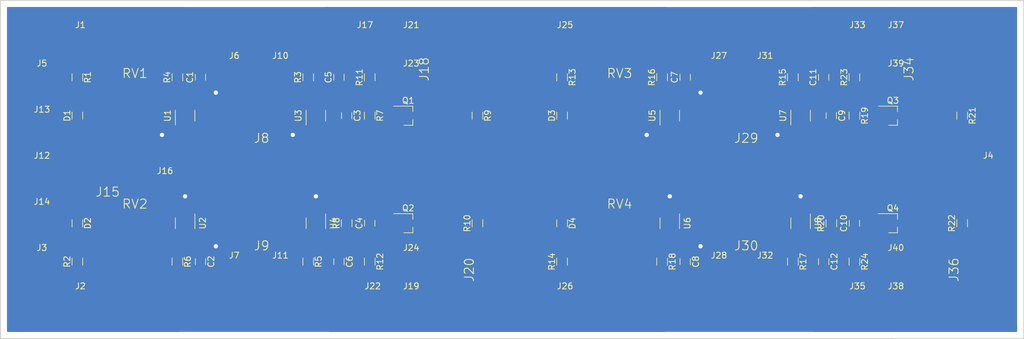
<source format=kicad_pcb>
(kicad_pcb (version 4) (host pcbnew 4.0.4-stable)
  (layers (0 F.Cu signal) (31 B.Cu signal) (34 B.Paste user) (35 F.Paste user) (36 B.SilkS user) (37 F.SilkS user) (38 B.Mask user) (39 F.Mask user) (44 Edge.Cuts user))
  (net 0 "")
  (net 1 "Net-(C1-Pad1)")
  (net 2 GND)
  (net 3 "Net-(C2-Pad1)")
  (net 4 "Net-(C3-Pad1)")
  (net 5 "Net-(C3-Pad2)")
  (net 6 "Net-(C4-Pad1)")
  (net 7 "Net-(C4-Pad2)")
  (net 8 "Net-(C5-Pad1)")
  (net 9 "Net-(C6-Pad1)")
  (net 10 "Net-(C7-Pad1)")
  (net 11 "Net-(C8-Pad1)")
  (net 12 "Net-(C9-Pad1)")
  (net 13 "Net-(C9-Pad2)")
  (net 14 "Net-(C10-Pad1)")
  (net 15 "Net-(C10-Pad2)")
  (net 16 "Net-(C11-Pad1)")
  (net 17 "Net-(C12-Pad1)")
  (net 18 "Net-(D1-Pad2)")
  (net 19 "Net-(D2-Pad2)")
  (net 20 "Net-(D3-Pad2)")
  (net 21 "Net-(D4-Pad2)")
  (net 22 "Net-(J1-Pad1)")
  (net 23 "Net-(J2-Pad1)")
  (net 24 "Net-(J6-Pad1)")
  (net 25 "Net-(J7-Pad1)")
  (net 26 "Net-(J10-Pad1)")
  (net 27 "Net-(J11-Pad1)")
  (net 28 "Net-(J12-Pad1)")
  (net 29 /BATT+)
  (net 30 "Net-(J17-Pad1)")
  (net 31 "Net-(J18-Pad2)")
  (net 32 "Net-(J19-Pad1)")
  (net 33 "Net-(J20-Pad2)")
  (net 34 "Net-(J25-Pad1)")
  (net 35 "Net-(J26-Pad1)")
  (net 36 "Net-(J27-Pad1)")
  (net 37 "Net-(J28-Pad1)")
  (net 38 "Net-(J29-Pad2)")
  (net 39 "Net-(J30-Pad2)")
  (net 40 "Net-(J33-Pad1)")
  (net 41 "Net-(J34-Pad2)")
  (net 42 "Net-(J35-Pad1)")
  (net 43 "Net-(J36-Pad2)")
  (net 44 "Net-(Q1-Pad1)")
  (net 45 "Net-(Q2-Pad1)")
  (net 46 "Net-(Q3-Pad1)")
  (net 47 "Net-(Q4-Pad1)")
  (net 48 "Net-(RV1-Pad2)")
  (net 49 "Net-(RV2-Pad2)")
  (net 50 "Net-(RV3-Pad2)")
  (net 51 "Net-(RV4-Pad2)")
  (module Capacitors_SMD:C_0805_HandSoldering (layer F.Cu) (at 96.52 40.64 90)
    (fp_text reference C1 (at 0 -1.75 90) (layer F.SilkS))
    (fp_text value 0.1u)
    (pad 1 smd rect (at -1.25 0 90) (size 1.5 1.25) (layers F.Cu F.Paste F.Mask) (net 1 "Net-(C1-Pad1)"))
    (pad 2 smd rect (at 1.25 0 90) (size 1.5 1.25) (layers F.Cu F.Paste F.Mask) (net 2 GND))
  )
  (module Capacitors_SMD:C_0805_HandSoldering (layer F.Cu) (at 96.52 71.12 270)
    (fp_text reference C2 (at 0 -1.75 270) (layer F.SilkS))
    (fp_text value 0.1u)
    (pad 1 smd rect (at -1.25 0 270) (size 1.5 1.25) (layers F.Cu F.Paste F.Mask) (net 3 "Net-(C2-Pad1)"))
    (pad 2 smd rect (at 1.25 0 270) (size 1.5 1.25) (layers F.Cu F.Paste F.Mask) (net 2 GND))
  )
  (module Capacitors_SMD:C_0805_HandSoldering (layer F.Cu) (at 120.65 46.99 270)
    (fp_text reference C3 (at 0 -1.75 270) (layer F.SilkS))
    (fp_text value NM)
    (pad 1 smd rect (at -1.25 0 270) (size 1.5 1.25) (layers F.Cu F.Paste F.Mask) (net 4 "Net-(C3-Pad1)"))
    (pad 2 smd rect (at 1.25 0 270) (size 1.5 1.25) (layers F.Cu F.Paste F.Mask) (net 5 "Net-(C3-Pad2)"))
  )
  (module Capacitors_SMD:C_0805_HandSoldering (layer F.Cu) (at 124.46 64.77 90)
    (fp_text reference C4 (at 0 -1.75 90) (layer F.SilkS))
    (fp_text value NM)
    (pad 1 smd rect (at -1.25 0 90) (size 1.5 1.25) (layers F.Cu F.Paste F.Mask) (net 6 "Net-(C4-Pad1)"))
    (pad 2 smd rect (at 1.25 0 90) (size 1.5 1.25) (layers F.Cu F.Paste F.Mask) (net 7 "Net-(C4-Pad2)"))
  )
  (module Capacitors_SMD:C_0805_HandSoldering (layer F.Cu) (at 119.38 40.64 90)
    (fp_text reference C5 (at 0 -1.75 90) (layer F.SilkS))
    (fp_text value 0.1u)
    (pad 1 smd rect (at -1.25 0 90) (size 1.5 1.25) (layers F.Cu F.Paste F.Mask) (net 8 "Net-(C5-Pad1)"))
    (pad 2 smd rect (at 1.25 0 90) (size 1.5 1.25) (layers F.Cu F.Paste F.Mask) (net 2 GND))
  )
  (module Capacitors_SMD:C_0805_HandSoldering (layer F.Cu) (at 119.38 71.12 270)
    (fp_text reference C6 (at 0 -1.75 270) (layer F.SilkS))
    (fp_text value 0.1u)
    (pad 1 smd rect (at -1.25 0 270) (size 1.5 1.25) (layers F.Cu F.Paste F.Mask) (net 9 "Net-(C6-Pad1)"))
    (pad 2 smd rect (at 1.25 0 270) (size 1.5 1.25) (layers F.Cu F.Paste F.Mask) (net 2 GND))
  )
  (module Capacitors_SMD:C_0805_HandSoldering (layer F.Cu) (at 176.53 40.64 90)
    (fp_text reference C7 (at 0 -1.75 90) (layer F.SilkS))
    (fp_text value 0.1u)
    (pad 1 smd rect (at -1.25 0 90) (size 1.5 1.25) (layers F.Cu F.Paste F.Mask) (net 10 "Net-(C7-Pad1)"))
    (pad 2 smd rect (at 1.25 0 90) (size 1.5 1.25) (layers F.Cu F.Paste F.Mask) (net 2 GND))
  )
  (module Capacitors_SMD:C_0805_HandSoldering (layer F.Cu) (at 176.53 71.12 270)
    (fp_text reference C8 (at 0 -1.75 270) (layer F.SilkS))
    (fp_text value 0.1u)
    (pad 1 smd rect (at -1.25 0 270) (size 1.5 1.25) (layers F.Cu F.Paste F.Mask) (net 11 "Net-(C8-Pad1)"))
    (pad 2 smd rect (at 1.25 0 270) (size 1.5 1.25) (layers F.Cu F.Paste F.Mask) (net 2 GND))
  )
  (module Capacitors_SMD:C_0805_HandSoldering (layer F.Cu) (at 200.66 46.99 270)
    (fp_text reference C9 (at 0 -1.75 270) (layer F.SilkS))
    (fp_text value NM)
    (pad 1 smd rect (at -1.25 0 270) (size 1.5 1.25) (layers F.Cu F.Paste F.Mask) (net 12 "Net-(C9-Pad1)"))
    (pad 2 smd rect (at 1.25 0 270) (size 1.5 1.25) (layers F.Cu F.Paste F.Mask) (net 13 "Net-(C9-Pad2)"))
  )
  (module Capacitors_SMD:C_0805_HandSoldering (layer F.Cu) (at 204.47 64.77 90)
    (fp_text reference C10 (at 0 -1.75 90) (layer F.SilkS))
    (fp_text value NM)
    (pad 1 smd rect (at -1.25 0 90) (size 1.5 1.25) (layers F.Cu F.Paste F.Mask) (net 14 "Net-(C10-Pad1)"))
    (pad 2 smd rect (at 1.25 0 90) (size 1.5 1.25) (layers F.Cu F.Paste F.Mask) (net 15 "Net-(C10-Pad2)"))
  )
  (module Capacitors_SMD:C_0805_HandSoldering (layer F.Cu) (at 199.39 40.64 90)
    (fp_text reference C11 (at 0 -1.75 90) (layer F.SilkS))
    (fp_text value 0.1u)
    (pad 1 smd rect (at -1.25 0 90) (size 1.5 1.25) (layers F.Cu F.Paste F.Mask) (net 16 "Net-(C11-Pad1)"))
    (pad 2 smd rect (at 1.25 0 90) (size 1.5 1.25) (layers F.Cu F.Paste F.Mask) (net 2 GND))
  )
  (module Capacitors_SMD:C_0805_HandSoldering (layer F.Cu) (at 199.39 71.12 270)
    (fp_text reference C12 (at 0 -1.75 270) (layer F.SilkS))
    (fp_text value 0.1u)
    (pad 1 smd rect (at -1.25 0 270) (size 1.5 1.25) (layers F.Cu F.Paste F.Mask) (net 17 "Net-(C12-Pad1)"))
    (pad 2 smd rect (at 1.25 0 270) (size 1.5 1.25) (layers F.Cu F.Paste F.Mask) (net 2 GND))
  )
  (module Resistors_SMD:R_0805_HandSoldering (layer F.Cu) (at 76.2 46.99 90)
    (fp_text reference D1 (at 0 -1.7 90) (layer F.SilkS))
    (fp_text value RED)
    (pad 1 smd rect (at -1.35 0 90) (size 1.5 1.3) (layers F.Cu F.Paste F.Mask) (net 2 GND))
    (pad 2 smd rect (at 1.35 0 90) (size 1.5 1.3) (layers F.Cu F.Paste F.Mask) (net 18 "Net-(D1-Pad2)"))
  )
  (module Resistors_SMD:R_0805_HandSoldering (layer F.Cu) (at 76.2 64.77 270)
    (fp_text reference D2 (at 0 -1.7 270) (layer F.SilkS))
    (fp_text value YLW)
    (pad 1 smd rect (at -1.35 0 270) (size 1.5 1.3) (layers F.Cu F.Paste F.Mask) (net 2 GND))
    (pad 2 smd rect (at 1.35 0 270) (size 1.5 1.3) (layers F.Cu F.Paste F.Mask) (net 19 "Net-(D2-Pad2)"))
  )
  (module Resistors_SMD:R_0805_HandSoldering (layer F.Cu) (at 156.21 46.99 90)
    (fp_text reference D3 (at 0 -1.7 90) (layer F.SilkS))
    (fp_text value GRN)
    (pad 1 smd rect (at -1.35 0 90) (size 1.5 1.3) (layers F.Cu F.Paste F.Mask) (net 2 GND))
    (pad 2 smd rect (at 1.35 0 90) (size 1.5 1.3) (layers F.Cu F.Paste F.Mask) (net 20 "Net-(D3-Pad2)"))
  )
  (module Resistors_SMD:R_0805_HandSoldering (layer F.Cu) (at 156.21 64.77 270)
    (fp_text reference D4 (at 0 -1.7 270) (layer F.SilkS))
    (fp_text value WHT)
    (pad 1 smd rect (at -1.35 0 270) (size 1.5 1.3) (layers F.Cu F.Paste F.Mask) (net 2 GND))
    (pad 2 smd rect (at 1.35 0 270) (size 1.5 1.3) (layers F.Cu F.Paste F.Mask) (net 21 "Net-(D4-Pad2)"))
  )
  (module connectors_smd:proto_pad-square-3mm (layer F.Cu) (at 76.2 34.29)
    (fp_text reference J1 (at 0.5 -2.3) (layer F.SilkS))
    (fp_text value EN_CURR_1)
    (pad 1 smd rect (at 0 0) (size 3 3) (layers F.Cu F.Paste F.Mask) (net 22 "Net-(J1-Pad1)"))
  )
  (module connectors_smd:proto_pad-square-3mm (layer F.Cu) (at 76.2 77.47)
    (fp_text reference J2 (at 0.5 -2.3) (layer F.SilkS))
    (fp_text value EN_CURR_3)
    (pad 1 smd rect (at 0 0) (size 3 3) (layers F.Cu F.Paste F.Mask) (net 23 "Net-(J2-Pad1)"))
  )
  (module connectors_smd:proto_pad-square-3mm (layer F.Cu) (at 69.85 71.12)
    (fp_text reference J3 (at 0.5 -2.3) (layer F.SilkS))
    (fp_text value GND)
    (pad 1 smd rect (at 0 0) (size 3 3) (layers F.Cu F.Paste F.Mask) (net 2 GND))
  )
  (module connectors_smd:proto_pad-square-3mm (layer F.Cu) (at 226.06 55.88)
    (fp_text reference J4 (at 0.5 -2.3) (layer F.SilkS))
    (fp_text value GND)
    (pad 1 smd rect (at 0 0) (size 3 3) (layers F.Cu F.Paste F.Mask) (net 2 GND))
  )
  (module connectors_smd:proto_pad-square-3mm (layer F.Cu) (at 69.85 40.64)
    (fp_text reference J5 (at 0.5 -2.3) (layer F.SilkS))
    (fp_text value GND)
    (pad 1 smd rect (at 0 0) (size 3 3) (layers F.Cu F.Paste F.Mask) (net 2 GND))
  )
  (module connectors_smd:proto_pad-square-3mm (layer F.Cu) (at 101.6 39.37)
    (fp_text reference J6 (at 0.5 -2.3) (layer F.SilkS))
    (fp_text value GND)
    (pad 1 smd rect (at 0 0) (size 3 3) (layers F.Cu F.Paste F.Mask) (net 24 "Net-(J6-Pad1)"))
  )
  (module connectors_smd:proto_pad-square-3mm (layer F.Cu) (at 101.6 72.39)
    (fp_text reference J7 (at 0.5 -2.3) (layer F.SilkS))
    (fp_text value GND)
    (pad 1 smd rect (at 0 0) (size 3 3) (layers F.Cu F.Paste F.Mask) (net 25 "Net-(J7-Pad1)"))
  )
  (module connectors_smd:proto_header-vt-1x2-2.54mm-G_C__SABN_M30 (layer F.Cu) (at 105.41 46.99 90)
    (fp_text reference J8 (at -3.72 1.2 180) (layer F.SilkS) (effects (font (size 1.5 1.5))))
    (fp_text value Jumper)
    (pad 1 smd rect (at -1.27 -2.56 90) (size 1.4 6.4) (layers F.Cu F.Paste F.Mask Eco1.User) (net 24 "Net-(J6-Pad1)"))
    (pad 2 smd rect (at 1.27 2.56 90) (size 1.4 6.4) (layers F.Cu F.Paste F.Mask Eco1.User) (net 26 "Net-(J10-Pad1)"))
  )
  (module connectors_smd:proto_header-vt-1x2-2.54mm-G_C__SABN_M30 (layer F.Cu) (at 105.41 64.77 90)
    (fp_text reference J9 (at -3.72 1.2 180) (layer F.SilkS) (effects (font (size 1.5 1.5))))
    (fp_text value Jumper)
    (pad 1 smd rect (at -1.27 -2.56 90) (size 1.4 6.4) (layers F.Cu F.Paste F.Mask Eco1.User) (net 25 "Net-(J7-Pad1)"))
    (pad 2 smd rect (at 1.27 2.56 90) (size 1.4 6.4) (layers F.Cu F.Paste F.Mask Eco1.User) (net 27 "Net-(J11-Pad1)"))
  )
  (module connectors_smd:proto_pad-square-3mm (layer F.Cu) (at 109.22 39.37)
    (fp_text reference J10 (at 0.5 -2.3) (layer F.SilkS))
    (fp_text value "From Aout")
    (pad 1 smd rect (at 0 0) (size 3 3) (layers F.Cu F.Paste F.Mask) (net 26 "Net-(J10-Pad1)"))
  )
  (module connectors_smd:proto_pad-square-3mm (layer F.Cu) (at 109.22 72.39)
    (fp_text reference J11 (at 0.5 -2.3) (layer F.SilkS))
    (fp_text value "From Aout")
    (pad 1 smd rect (at 0 0) (size 3 3) (layers F.Cu F.Paste F.Mask) (net 27 "Net-(J11-Pad1)"))
  )
  (module connectors_smd:proto_pad-square-3mm (layer F.Cu) (at 69.85 55.88)
    (fp_text reference J12 (at 0.5 -2.3) (layer F.SilkS))
    (fp_text value "BATT+ IN")
    (pad 1 smd rect (at 0 0) (size 3 3) (layers F.Cu F.Paste F.Mask) (net 28 "Net-(J12-Pad1)"))
  )
  (module connectors_smd:proto_pad-square-3mm (layer F.Cu) (at 69.85 48.26)
    (fp_text reference J13 (at 0.5 -2.3) (layer F.SilkS))
    (fp_text value "BATT+ IN")
    (pad 1 smd rect (at 0 0) (size 3 3) (layers F.Cu F.Paste F.Mask) (net 28 "Net-(J12-Pad1)"))
  )
  (module connectors_smd:proto_pad-square-3mm (layer F.Cu) (at 69.85 63.5)
    (fp_text reference J14 (at 0.5 -2.3) (layer F.SilkS))
    (fp_text value "BATT+ IN")
    (pad 1 smd rect (at 0 0) (size 3 3) (layers F.Cu F.Paste F.Mask) (net 28 "Net-(J12-Pad1)"))
  )
  (module connectors_smd:proto_header-vt-1x2-2.54mm-G_C__SABN_M30 (layer F.Cu) (at 80.01 55.88 90)
    (fp_text reference J15 (at -3.72 1.2 180) (layer F.SilkS) (effects (font (size 1.5 1.5))))
    (fp_text value Jumper)
    (pad 1 smd rect (at -1.27 -2.56 90) (size 1.4 6.4) (layers F.Cu F.Paste F.Mask Eco1.User) (net 28 "Net-(J12-Pad1)"))
    (pad 2 smd rect (at 1.27 2.56 90) (size 1.4 6.4) (layers F.Cu F.Paste F.Mask Eco1.User) (net 29 /BATT+))
  )
  (module connectors_smd:proto_pad-square-3mm (layer F.Cu) (at 90.17 58.42)
    (fp_text reference J16 (at 0.5 -2.3) (layer F.SilkS))
    (fp_text value "BATT+ TEST")
    (pad 1 smd rect (at 0 0) (size 3 3) (layers F.Cu F.Paste F.Mask) (net 29 /BATT+))
  )
  (module connectors_smd:proto_pad-square-3mm (layer F.Cu) (at 123.19 34.29)
    (fp_text reference J17 (at 0.5 -2.3) (layer F.SilkS))
    (fp_text value "LOAD TEST")
    (pad 1 smd rect (at 0 0) (size 3 3) (layers F.Cu F.Paste F.Mask) (net 30 "Net-(J17-Pad1)"))
  )
  (module connectors_smd:proto_header-vt-1x2-2.54mm-G_C__SABN_M30 (layer F.Cu) (at 137.16 38.1)
    (fp_text reference J18 (at -3.72 1.2 90) (layer F.SilkS) (effects (font (size 1.5 1.5))))
    (fp_text value Jumper)
    (pad 1 smd rect (at -1.27 -2.56) (size 1.4 6.4) (layers F.Cu F.Paste F.Mask Eco1.User) (net 30 "Net-(J17-Pad1)"))
    (pad 2 smd rect (at 1.27 2.56) (size 1.4 6.4) (layers F.Cu F.Paste F.Mask Eco1.User) (net 31 "Net-(J18-Pad2)"))
  )
  (module connectors_smd:proto_pad-square-3mm (layer F.Cu) (at 130.81 77.47)
    (fp_text reference J19 (at 0.5 -2.3) (layer F.SilkS))
    (fp_text value GND)
    (pad 1 smd rect (at 0 0) (size 3 3) (layers F.Cu F.Paste F.Mask) (net 32 "Net-(J19-Pad1)"))
  )
  (module connectors_smd:proto_header-vt-1x2-2.54mm-G_C__SABN_M30 (layer F.Cu) (at 137.16 73.66 180)
    (fp_text reference J20 (at -3.72 1.2 270) (layer F.SilkS) (effects (font (size 1.5 1.5))))
    (fp_text value Jumper)
    (pad 1 smd rect (at -1.27 -2.56 180) (size 1.4 6.4) (layers F.Cu F.Paste F.Mask Eco1.User) (net 32 "Net-(J19-Pad1)"))
    (pad 2 smd rect (at 1.27 2.56 180) (size 1.4 6.4) (layers F.Cu F.Paste F.Mask Eco1.User) (net 33 "Net-(J20-Pad2)"))
  )
  (module connectors_smd:proto_pad-square-3mm (layer F.Cu) (at 130.81 34.29)
    (fp_text reference J21 (at 0.5 -2.3) (layer F.SilkS))
    (fp_text value "LOAD TEST")
    (pad 1 smd rect (at 0 0) (size 3 3) (layers F.Cu F.Paste F.Mask) (net 30 "Net-(J17-Pad1)"))
  )
  (module connectors_smd:proto_pad-square-3mm (layer F.Cu) (at 124.46 77.47)
    (fp_text reference J22 (at 0.5 -2.3) (layer F.SilkS))
    (fp_text value GND)
    (pad 1 smd rect (at 0 0) (size 3 3) (layers F.Cu F.Paste F.Mask) (net 32 "Net-(J19-Pad1)"))
  )
  (module connectors_smd:proto_pad-square-3mm (layer F.Cu) (at 130.81 40.64)
    (fp_text reference J23 (at 0.5 -2.3) (layer F.SilkS))
    (fp_text value "LOAD TEST")
    (pad 1 smd rect (at 0 0) (size 3 3) (layers F.Cu F.Paste F.Mask) (net 31 "Net-(J18-Pad2)"))
  )
  (module connectors_smd:proto_pad-square-3mm (layer F.Cu) (at 130.81 71.12)
    (fp_text reference J24 (at 0.5 -2.3) (layer F.SilkS))
    (fp_text value GND)
    (pad 1 smd rect (at 0 0) (size 3 3) (layers F.Cu F.Paste F.Mask) (net 33 "Net-(J20-Pad2)"))
  )
  (module connectors_smd:proto_pad-square-3mm (layer F.Cu) (at 156.21 34.29)
    (fp_text reference J25 (at 0.5 -2.3) (layer F.SilkS))
    (fp_text value EN_CURR_2)
    (pad 1 smd rect (at 0 0) (size 3 3) (layers F.Cu F.Paste F.Mask) (net 34 "Net-(J25-Pad1)"))
  )
  (module connectors_smd:proto_pad-square-3mm (layer F.Cu) (at 156.21 77.47)
    (fp_text reference J26 (at 0.5 -2.3) (layer F.SilkS))
    (fp_text value EN_CURR_4)
    (pad 1 smd rect (at 0 0) (size 3 3) (layers F.Cu F.Paste F.Mask) (net 35 "Net-(J26-Pad1)"))
  )
  (module connectors_smd:proto_pad-square-3mm (layer F.Cu) (at 181.61 39.37)
    (fp_text reference J27 (at 0.5 -2.3) (layer F.SilkS))
    (fp_text value GND)
    (pad 1 smd rect (at 0 0) (size 3 3) (layers F.Cu F.Paste F.Mask) (net 36 "Net-(J27-Pad1)"))
  )
  (module connectors_smd:proto_pad-square-3mm (layer F.Cu) (at 181.61 72.39)
    (fp_text reference J28 (at 0.5 -2.3) (layer F.SilkS))
    (fp_text value GND)
    (pad 1 smd rect (at 0 0) (size 3 3) (layers F.Cu F.Paste F.Mask) (net 37 "Net-(J28-Pad1)"))
  )
  (module connectors_smd:proto_header-vt-1x2-2.54mm-G_C__SABN_M30 (layer F.Cu) (at 185.42 46.99 90)
    (fp_text reference J29 (at -3.72 1.2 180) (layer F.SilkS) (effects (font (size 1.5 1.5))))
    (fp_text value Jumper)
    (pad 1 smd rect (at -1.27 -2.56 90) (size 1.4 6.4) (layers F.Cu F.Paste F.Mask Eco1.User) (net 36 "Net-(J27-Pad1)"))
    (pad 2 smd rect (at 1.27 2.56 90) (size 1.4 6.4) (layers F.Cu F.Paste F.Mask Eco1.User) (net 38 "Net-(J29-Pad2)"))
  )
  (module connectors_smd:proto_header-vt-1x2-2.54mm-G_C__SABN_M30 (layer F.Cu) (at 185.42 64.77 90)
    (fp_text reference J30 (at -3.72 1.2 180) (layer F.SilkS) (effects (font (size 1.5 1.5))))
    (fp_text value Jumper)
    (pad 1 smd rect (at -1.27 -2.56 90) (size 1.4 6.4) (layers F.Cu F.Paste F.Mask Eco1.User) (net 37 "Net-(J28-Pad1)"))
    (pad 2 smd rect (at 1.27 2.56 90) (size 1.4 6.4) (layers F.Cu F.Paste F.Mask Eco1.User) (net 39 "Net-(J30-Pad2)"))
  )
  (module connectors_smd:proto_pad-square-3mm (layer F.Cu) (at 189.23 39.37)
    (fp_text reference J31 (at 0.5 -2.3) (layer F.SilkS))
    (fp_text value "From Aout")
    (pad 1 smd rect (at 0 0) (size 3 3) (layers F.Cu F.Paste F.Mask) (net 38 "Net-(J29-Pad2)"))
  )
  (module connectors_smd:proto_pad-square-3mm (layer F.Cu) (at 189.23 72.39)
    (fp_text reference J32 (at 0.5 -2.3) (layer F.SilkS))
    (fp_text value "From Aout")
    (pad 1 smd rect (at 0 0) (size 3 3) (layers F.Cu F.Paste F.Mask) (net 39 "Net-(J30-Pad2)"))
  )
  (module connectors_smd:proto_pad-square-3mm (layer F.Cu) (at 204.47 34.29)
    (fp_text reference J33 (at 0.5 -2.3) (layer F.SilkS))
    (fp_text value GND)
    (pad 1 smd rect (at 0 0) (size 3 3) (layers F.Cu F.Paste F.Mask) (net 40 "Net-(J33-Pad1)"))
  )
  (module connectors_smd:proto_header-vt-1x2-2.54mm-G_C__SABN_M30 (layer F.Cu) (at 217.17 38.1)
    (fp_text reference J34 (at -3.72 1.2 90) (layer F.SilkS) (effects (font (size 1.5 1.5))))
    (fp_text value Jumper)
    (pad 1 smd rect (at -1.27 -2.56) (size 1.4 6.4) (layers F.Cu F.Paste F.Mask Eco1.User) (net 40 "Net-(J33-Pad1)"))
    (pad 2 smd rect (at 1.27 2.56) (size 1.4 6.4) (layers F.Cu F.Paste F.Mask Eco1.User) (net 41 "Net-(J34-Pad2)"))
  )
  (module connectors_smd:proto_pad-square-3mm (layer F.Cu) (at 204.47 77.47)
    (fp_text reference J35 (at 0.5 -2.3) (layer F.SilkS))
    (fp_text value GND)
    (pad 1 smd rect (at 0 0) (size 3 3) (layers F.Cu F.Paste F.Mask) (net 42 "Net-(J35-Pad1)"))
  )
  (module connectors_smd:proto_header-vt-1x2-2.54mm-G_C__SABN_M30 (layer F.Cu) (at 217.17 73.66 180)
    (fp_text reference J36 (at -3.72 1.2 270) (layer F.SilkS) (effects (font (size 1.5 1.5))))
    (fp_text value Jumper)
    (pad 1 smd rect (at -1.27 -2.56 180) (size 1.4 6.4) (layers F.Cu F.Paste F.Mask Eco1.User) (net 42 "Net-(J35-Pad1)"))
    (pad 2 smd rect (at 1.27 2.56 180) (size 1.4 6.4) (layers F.Cu F.Paste F.Mask Eco1.User) (net 43 "Net-(J36-Pad2)"))
  )
  (module connectors_smd:proto_pad-square-3mm (layer F.Cu) (at 210.82 34.29)
    (fp_text reference J37 (at 0.5 -2.3) (layer F.SilkS))
    (fp_text value GND)
    (pad 1 smd rect (at 0 0) (size 3 3) (layers F.Cu F.Paste F.Mask) (net 40 "Net-(J33-Pad1)"))
  )
  (module connectors_smd:proto_pad-square-3mm (layer F.Cu) (at 210.82 77.47)
    (fp_text reference J38 (at 0.5 -2.3) (layer F.SilkS))
    (fp_text value GND)
    (pad 1 smd rect (at 0 0) (size 3 3) (layers F.Cu F.Paste F.Mask) (net 42 "Net-(J35-Pad1)"))
  )
  (module connectors_smd:proto_pad-square-3mm (layer F.Cu) (at 210.82 40.64)
    (fp_text reference J39 (at 0.5 -2.3) (layer F.SilkS))
    (fp_text value GND)
    (pad 1 smd rect (at 0 0) (size 3 3) (layers F.Cu F.Paste F.Mask) (net 41 "Net-(J34-Pad2)"))
  )
  (module connectors_smd:proto_pad-square-3mm (layer F.Cu) (at 210.82 71.12)
    (fp_text reference J40 (at 0.5 -2.3) (layer F.SilkS))
    (fp_text value GND)
    (pad 1 smd rect (at 0 0) (size 3 3) (layers F.Cu F.Paste F.Mask) (net 43 "Net-(J36-Pad2)"))
  )
  (module TO_SOT_Packages_SMD:SOT-23_Handsoldering (layer F.Cu) (at 130.81 46.99)
    (fp_text reference Q1 (at 0 -2.5) (layer F.SilkS))
    (fp_text value BSH103)
    (pad 1 smd rect (at -1.5 -0.95) (size 1.9 0.8) (layers F.Cu F.Paste F.Mask) (net 44 "Net-(Q1-Pad1)"))
    (pad 2 smd rect (at -1.5 0.95) (size 1.9 0.8) (layers F.Cu F.Paste F.Mask) (net 4 "Net-(C3-Pad1)"))
    (pad 3 smd rect (at 1.5 0) (size 1.9 0.8) (layers F.Cu F.Paste F.Mask) (net 31 "Net-(J18-Pad2)"))
  )
  (module TO_SOT_Packages_SMD:SOT-23_Handsoldering (layer F.Cu) (at 130.81 64.77)
    (fp_text reference Q2 (at 0 -2.5) (layer F.SilkS))
    (fp_text value BSH103)
    (pad 1 smd rect (at -1.5 -0.95) (size 1.9 0.8) (layers F.Cu F.Paste F.Mask) (net 45 "Net-(Q2-Pad1)"))
    (pad 2 smd rect (at -1.5 0.95) (size 1.9 0.8) (layers F.Cu F.Paste F.Mask) (net 6 "Net-(C4-Pad1)"))
    (pad 3 smd rect (at 1.5 0) (size 1.9 0.8) (layers F.Cu F.Paste F.Mask) (net 33 "Net-(J20-Pad2)"))
  )
  (module TO_SOT_Packages_SMD:SOT-23_Handsoldering (layer F.Cu) (at 210.82 46.99)
    (fp_text reference Q3 (at 0 -2.5) (layer F.SilkS))
    (fp_text value BSH103)
    (pad 1 smd rect (at -1.5 -0.95) (size 1.9 0.8) (layers F.Cu F.Paste F.Mask) (net 46 "Net-(Q3-Pad1)"))
    (pad 2 smd rect (at -1.5 0.95) (size 1.9 0.8) (layers F.Cu F.Paste F.Mask) (net 12 "Net-(C9-Pad1)"))
    (pad 3 smd rect (at 1.5 0) (size 1.9 0.8) (layers F.Cu F.Paste F.Mask) (net 41 "Net-(J34-Pad2)"))
  )
  (module TO_SOT_Packages_SMD:SOT-23_Handsoldering (layer F.Cu) (at 210.82 64.77)
    (fp_text reference Q4 (at 0 -2.5) (layer F.SilkS))
    (fp_text value BSH103)
    (pad 1 smd rect (at -1.5 -0.95) (size 1.9 0.8) (layers F.Cu F.Paste F.Mask) (net 47 "Net-(Q4-Pad1)"))
    (pad 2 smd rect (at -1.5 0.95) (size 1.9 0.8) (layers F.Cu F.Paste F.Mask) (net 14 "Net-(C10-Pad1)"))
    (pad 3 smd rect (at 1.5 0) (size 1.9 0.8) (layers F.Cu F.Paste F.Mask) (net 43 "Net-(J36-Pad2)"))
  )
  (module Resistors_SMD:R_0805_HandSoldering (layer F.Cu) (at 76.2 40.64 270)
    (fp_text reference R1 (at 0 -1.7 270) (layer F.SilkS))
    (fp_text value 680)
    (pad 1 smd rect (at -1.35 0 270) (size 1.5 1.3) (layers F.Cu F.Paste F.Mask) (net 22 "Net-(J1-Pad1)"))
    (pad 2 smd rect (at 1.35 0 270) (size 1.5 1.3) (layers F.Cu F.Paste F.Mask) (net 18 "Net-(D1-Pad2)"))
  )
  (module Resistors_SMD:R_0805_HandSoldering (layer F.Cu) (at 76.2 71.12 90)
    (fp_text reference R2 (at 0 -1.7 90) (layer F.SilkS))
    (fp_text value 680)
    (pad 1 smd rect (at -1.35 0 90) (size 1.5 1.3) (layers F.Cu F.Paste F.Mask) (net 23 "Net-(J2-Pad1)"))
    (pad 2 smd rect (at 1.35 0 90) (size 1.5 1.3) (layers F.Cu F.Paste F.Mask) (net 19 "Net-(D2-Pad2)"))
  )
  (module Resistors_SMD:R_0805_HandSoldering (layer F.Cu) (at 114.3 40.64 90)
    (fp_text reference R3 (at 0 -1.7 90) (layer F.SilkS))
    (fp_text value 0)
    (pad 1 smd rect (at -1.35 0 90) (size 1.5 1.3) (layers F.Cu F.Paste F.Mask) (net 8 "Net-(C5-Pad1)"))
    (pad 2 smd rect (at 1.35 0 90) (size 1.5 1.3) (layers F.Cu F.Paste F.Mask) (net 22 "Net-(J1-Pad1)"))
  )
  (module Resistors_SMD:R_0805_HandSoldering (layer F.Cu) (at 92.71 40.64 90)
    (fp_text reference R4 (at 0 -1.7 90) (layer F.SilkS))
    (fp_text value 0)
    (pad 1 smd rect (at -1.35 0 90) (size 1.5 1.3) (layers F.Cu F.Paste F.Mask) (net 1 "Net-(C1-Pad1)"))
    (pad 2 smd rect (at 1.35 0 90) (size 1.5 1.3) (layers F.Cu F.Paste F.Mask) (net 22 "Net-(J1-Pad1)"))
  )
  (module Resistors_SMD:R_0805_HandSoldering (layer F.Cu) (at 114.3 71.12 270)
    (fp_text reference R5 (at 0 -1.7 270) (layer F.SilkS))
    (fp_text value 0)
    (pad 1 smd rect (at -1.35 0 270) (size 1.5 1.3) (layers F.Cu F.Paste F.Mask) (net 9 "Net-(C6-Pad1)"))
    (pad 2 smd rect (at 1.35 0 270) (size 1.5 1.3) (layers F.Cu F.Paste F.Mask) (net 23 "Net-(J2-Pad1)"))
  )
  (module Resistors_SMD:R_0805_HandSoldering (layer F.Cu) (at 92.71 71.12 270)
    (fp_text reference R6 (at 0 -1.7 270) (layer F.SilkS))
    (fp_text value 0)
    (pad 1 smd rect (at -1.35 0 270) (size 1.5 1.3) (layers F.Cu F.Paste F.Mask) (net 3 "Net-(C2-Pad1)"))
    (pad 2 smd rect (at 1.35 0 270) (size 1.5 1.3) (layers F.Cu F.Paste F.Mask) (net 23 "Net-(J2-Pad1)"))
  )
  (module Resistors_SMD:R_0805_HandSoldering (layer F.Cu) (at 124.46 46.99 270)
    (fp_text reference R7 (at 0 -1.7 270) (layer F.SilkS))
    (fp_text value 0)
    (pad 1 smd rect (at -1.35 0 270) (size 1.5 1.3) (layers F.Cu F.Paste F.Mask) (net 44 "Net-(Q1-Pad1)"))
    (pad 2 smd rect (at 1.35 0 270) (size 1.5 1.3) (layers F.Cu F.Paste F.Mask) (net 5 "Net-(C3-Pad2)"))
  )
  (module Resistors_SMD:R_0805_HandSoldering (layer F.Cu) (at 120.65 64.77 90)
    (fp_text reference R8 (at 0 -1.7 90) (layer F.SilkS))
    (fp_text value 0)
    (pad 1 smd rect (at -1.35 0 90) (size 1.5 1.3) (layers F.Cu F.Paste F.Mask) (net 45 "Net-(Q2-Pad1)"))
    (pad 2 smd rect (at 1.35 0 90) (size 1.5 1.3) (layers F.Cu F.Paste F.Mask) (net 7 "Net-(C4-Pad2)"))
  )
  (module Resistors_SMD:R_0805_HandSoldering (layer F.Cu) (at 142.24 46.99 270)
    (fp_text reference R9 (at 0 -1.7 270) (layer F.SilkS))
    (fp_text value 0)
    (pad 1 smd rect (at -1.35 0 270) (size 1.5 1.3) (layers F.Cu F.Paste F.Mask) (net 30 "Net-(J17-Pad1)"))
    (pad 2 smd rect (at 1.35 0 270) (size 1.5 1.3) (layers F.Cu F.Paste F.Mask) (net 29 /BATT+))
  )
  (module Resistors_SMD:R_0805_HandSoldering (layer F.Cu) (at 142.24 64.77 90)
    (fp_text reference R10 (at 0 -1.7 90) (layer F.SilkS))
    (fp_text value 0)
    (pad 1 smd rect (at -1.35 0 90) (size 1.5 1.3) (layers F.Cu F.Paste F.Mask) (net 32 "Net-(J19-Pad1)"))
    (pad 2 smd rect (at 1.35 0 90) (size 1.5 1.3) (layers F.Cu F.Paste F.Mask) (net 29 /BATT+))
  )
  (module Resistors_SMD:R_0805_HandSoldering (layer F.Cu) (at 124.46 40.64 90)
    (fp_text reference R11 (at 0 -1.7 90) (layer F.SilkS))
    (fp_text value RL1)
    (pad 1 smd rect (at -1.35 0 90) (size 1.5 1.3) (layers F.Cu F.Paste F.Mask) (net 4 "Net-(C3-Pad1)"))
    (pad 2 smd rect (at 1.35 0 90) (size 1.5 1.3) (layers F.Cu F.Paste F.Mask) (net 2 GND))
  )
  (module Resistors_SMD:R_0805_HandSoldering (layer F.Cu) (at 124.46 71.12 270)
    (fp_text reference R12 (at 0 -1.7 270) (layer F.SilkS))
    (fp_text value RL3)
    (pad 1 smd rect (at -1.35 0 270) (size 1.5 1.3) (layers F.Cu F.Paste F.Mask) (net 6 "Net-(C4-Pad1)"))
    (pad 2 smd rect (at 1.35 0 270) (size 1.5 1.3) (layers F.Cu F.Paste F.Mask) (net 2 GND))
  )
  (module Resistors_SMD:R_0805_HandSoldering (layer F.Cu) (at 156.21 40.64 270)
    (fp_text reference R13 (at 0 -1.7 270) (layer F.SilkS))
    (fp_text value 390)
    (pad 1 smd rect (at -1.35 0 270) (size 1.5 1.3) (layers F.Cu F.Paste F.Mask) (net 34 "Net-(J25-Pad1)"))
    (pad 2 smd rect (at 1.35 0 270) (size 1.5 1.3) (layers F.Cu F.Paste F.Mask) (net 20 "Net-(D3-Pad2)"))
  )
  (module Resistors_SMD:R_0805_HandSoldering (layer F.Cu) (at 156.21 71.12 90)
    (fp_text reference R14 (at 0 -1.7 90) (layer F.SilkS))
    (fp_text value 390)
    (pad 1 smd rect (at -1.35 0 90) (size 1.5 1.3) (layers F.Cu F.Paste F.Mask) (net 35 "Net-(J26-Pad1)"))
    (pad 2 smd rect (at 1.35 0 90) (size 1.5 1.3) (layers F.Cu F.Paste F.Mask) (net 21 "Net-(D4-Pad2)"))
  )
  (module Resistors_SMD:R_0805_HandSoldering (layer F.Cu) (at 194.31 40.64 90)
    (fp_text reference R15 (at 0 -1.7 90) (layer F.SilkS))
    (fp_text value 0)
    (pad 1 smd rect (at -1.35 0 90) (size 1.5 1.3) (layers F.Cu F.Paste F.Mask) (net 16 "Net-(C11-Pad1)"))
    (pad 2 smd rect (at 1.35 0 90) (size 1.5 1.3) (layers F.Cu F.Paste F.Mask) (net 34 "Net-(J25-Pad1)"))
  )
  (module Resistors_SMD:R_0805_HandSoldering (layer F.Cu) (at 172.72 40.64 90)
    (fp_text reference R16 (at 0 -1.7 90) (layer F.SilkS))
    (fp_text value 0)
    (pad 1 smd rect (at -1.35 0 90) (size 1.5 1.3) (layers F.Cu F.Paste F.Mask) (net 10 "Net-(C7-Pad1)"))
    (pad 2 smd rect (at 1.35 0 90) (size 1.5 1.3) (layers F.Cu F.Paste F.Mask) (net 34 "Net-(J25-Pad1)"))
  )
  (module Resistors_SMD:R_0805_HandSoldering (layer F.Cu) (at 194.31 71.12 270)
    (fp_text reference R17 (at 0 -1.7 270) (layer F.SilkS))
    (fp_text value 0)
    (pad 1 smd rect (at -1.35 0 270) (size 1.5 1.3) (layers F.Cu F.Paste F.Mask) (net 17 "Net-(C12-Pad1)"))
    (pad 2 smd rect (at 1.35 0 270) (size 1.5 1.3) (layers F.Cu F.Paste F.Mask) (net 35 "Net-(J26-Pad1)"))
  )
  (module Resistors_SMD:R_0805_HandSoldering (layer F.Cu) (at 172.72 71.12 270)
    (fp_text reference R18 (at 0 -1.7 270) (layer F.SilkS))
    (fp_text value 0)
    (pad 1 smd rect (at -1.35 0 270) (size 1.5 1.3) (layers F.Cu F.Paste F.Mask) (net 11 "Net-(C8-Pad1)"))
    (pad 2 smd rect (at 1.35 0 270) (size 1.5 1.3) (layers F.Cu F.Paste F.Mask) (net 35 "Net-(J26-Pad1)"))
  )
  (module Resistors_SMD:R_0805_HandSoldering (layer F.Cu) (at 204.47 46.99 270)
    (fp_text reference R19 (at 0 -1.7 270) (layer F.SilkS))
    (fp_text value 0)
    (pad 1 smd rect (at -1.35 0 270) (size 1.5 1.3) (layers F.Cu F.Paste F.Mask) (net 46 "Net-(Q3-Pad1)"))
    (pad 2 smd rect (at 1.35 0 270) (size 1.5 1.3) (layers F.Cu F.Paste F.Mask) (net 13 "Net-(C9-Pad2)"))
  )
  (module Resistors_SMD:R_0805_HandSoldering (layer F.Cu) (at 200.66 64.77 90)
    (fp_text reference R20 (at 0 -1.7 90) (layer F.SilkS))
    (fp_text value 0)
    (pad 1 smd rect (at -1.35 0 90) (size 1.5 1.3) (layers F.Cu F.Paste F.Mask) (net 47 "Net-(Q4-Pad1)"))
    (pad 2 smd rect (at 1.35 0 90) (size 1.5 1.3) (layers F.Cu F.Paste F.Mask) (net 15 "Net-(C10-Pad2)"))
  )
  (module Resistors_SMD:R_0805_HandSoldering (layer F.Cu) (at 222.25 46.99 270)
    (fp_text reference R21 (at 0 -1.7 270) (layer F.SilkS))
    (fp_text value 0)
    (pad 1 smd rect (at -1.35 0 270) (size 1.5 1.3) (layers F.Cu F.Paste F.Mask) (net 40 "Net-(J33-Pad1)"))
    (pad 2 smd rect (at 1.35 0 270) (size 1.5 1.3) (layers F.Cu F.Paste F.Mask) (net 29 /BATT+))
  )
  (module Resistors_SMD:R_0805_HandSoldering (layer F.Cu) (at 222.25 64.77 90)
    (fp_text reference R22 (at 0 -1.7 90) (layer F.SilkS))
    (fp_text value 0)
    (pad 1 smd rect (at -1.35 0 90) (size 1.5 1.3) (layers F.Cu F.Paste F.Mask) (net 42 "Net-(J35-Pad1)"))
    (pad 2 smd rect (at 1.35 0 90) (size 1.5 1.3) (layers F.Cu F.Paste F.Mask) (net 29 /BATT+))
  )
  (module Resistors_SMD:R_0805_HandSoldering (layer F.Cu) (at 204.47 40.64 90)
    (fp_text reference R23 (at 0 -1.7 90) (layer F.SilkS))
    (fp_text value RL2)
    (pad 1 smd rect (at -1.35 0 90) (size 1.5 1.3) (layers F.Cu F.Paste F.Mask) (net 12 "Net-(C9-Pad1)"))
    (pad 2 smd rect (at 1.35 0 90) (size 1.5 1.3) (layers F.Cu F.Paste F.Mask) (net 2 GND))
  )
  (module Resistors_SMD:R_0805_HandSoldering (layer F.Cu) (at 204.47 71.12 270)
    (fp_text reference R24 (at 0 -1.7 270) (layer F.SilkS))
    (fp_text value RL4)
    (pad 1 smd rect (at -1.35 0 270) (size 1.5 1.3) (layers F.Cu F.Paste F.Mask) (net 14 "Net-(C10-Pad1)"))
    (pad 2 smd rect (at 1.35 0 270) (size 1.5 1.3) (layers F.Cu F.Paste F.Mask) (net 2 GND))
  )
  (module potentiometers_smd:proto_pot-model_84w (layer F.Cu) (at 85.09 44.45 270)
    (fp_text reference RV1 (at -4.45 -0.6 360) (layer F.SilkS) (effects (font (size 1.5 1.5))))
    (fp_text value 500k)
    (pad 1 smd rect (at -2.54 2.25 270) (size 1.4 3.2) (layers F.Cu F.Paste F.Mask Eco1.User) (net 1 "Net-(C1-Pad1)"))
    (pad 2 smd rect (at 0 -2.25 270) (size 1.4 3.2) (layers F.Cu F.Paste F.Mask Eco1.User) (net 48 "Net-(RV1-Pad2)"))
    (pad 3 smd rect (at 2.54 2.25 270) (size 1.4 3.2) (layers F.Cu F.Paste F.Mask Eco1.User) (net 2 GND))
  )
  (module potentiometers_smd:proto_pot-model_84w (layer F.Cu) (at 85.09 66.04 270)
    (fp_text reference RV2 (at -4.45 -0.6 360) (layer F.SilkS) (effects (font (size 1.5 1.5))))
    (fp_text value 500k)
    (pad 1 smd rect (at -2.54 2.25 270) (size 1.4 3.2) (layers F.Cu F.Paste F.Mask Eco1.User) (net 3 "Net-(C2-Pad1)"))
    (pad 2 smd rect (at 0 -2.25 270) (size 1.4 3.2) (layers F.Cu F.Paste F.Mask Eco1.User) (net 49 "Net-(RV2-Pad2)"))
    (pad 3 smd rect (at 2.54 2.25 270) (size 1.4 3.2) (layers F.Cu F.Paste F.Mask Eco1.User) (net 2 GND))
  )
  (module potentiometers_smd:proto_pot-model_84w (layer F.Cu) (at 165.1 44.45 270)
    (fp_text reference RV3 (at -4.45 -0.6 360) (layer F.SilkS) (effects (font (size 1.5 1.5))))
    (fp_text value 500k)
    (pad 1 smd rect (at -2.54 2.25 270) (size 1.4 3.2) (layers F.Cu F.Paste F.Mask Eco1.User) (net 10 "Net-(C7-Pad1)"))
    (pad 2 smd rect (at 0 -2.25 270) (size 1.4 3.2) (layers F.Cu F.Paste F.Mask Eco1.User) (net 50 "Net-(RV3-Pad2)"))
    (pad 3 smd rect (at 2.54 2.25 270) (size 1.4 3.2) (layers F.Cu F.Paste F.Mask Eco1.User) (net 2 GND))
  )
  (module potentiometers_smd:proto_pot-model_84w (layer F.Cu) (at 165.1 66.04 270)
    (fp_text reference RV4 (at -4.45 -0.6 360) (layer F.SilkS) (effects (font (size 1.5 1.5))))
    (fp_text value 500k)
    (pad 1 smd rect (at -2.54 2.25 270) (size 1.4 3.2) (layers F.Cu F.Paste F.Mask Eco1.User) (net 11 "Net-(C8-Pad1)"))
    (pad 2 smd rect (at 0 -2.25 270) (size 1.4 3.2) (layers F.Cu F.Paste F.Mask Eco1.User) (net 51 "Net-(RV4-Pad2)"))
    (pad 3 smd rect (at 2.54 2.25 270) (size 1.4 3.2) (layers F.Cu F.Paste F.Mask Eco1.User) (net 2 GND))
  )
  (module TO_SOT_Packages_SMD:SOT-23-5_HandSoldering (layer F.Cu) (at 93.98 46.99 90)
    (fp_text reference U1 (at 0 -2.9 90) (layer F.SilkS))
    (fp_text value MCP601)
    (pad 1 smd rect (at -1.35 -0.95 90) (size 1.56 0.65) (layers F.Cu F.Paste F.Mask) (net 24 "Net-(J6-Pad1)"))
    (pad 2 smd rect (at -1.35 0 90) (size 1.56 0.65) (layers F.Cu F.Paste F.Mask) (net 2 GND))
    (pad 3 smd rect (at -1.35 0.95 90) (size 1.56 0.65) (layers F.Cu F.Paste F.Mask) (net 48 "Net-(RV1-Pad2)"))
    (pad 4 smd rect (at 1.35 0.95 90) (size 1.56 0.65) (layers F.Cu F.Paste F.Mask) (net 24 "Net-(J6-Pad1)"))
    (pad 5 smd rect (at 1.35 -0.95 90) (size 1.56 0.65) (layers F.Cu F.Paste F.Mask) (net 1 "Net-(C1-Pad1)"))
  )
  (module TO_SOT_Packages_SMD:SOT-23-5_HandSoldering (layer F.Cu) (at 93.98 64.77 270)
    (fp_text reference U2 (at 0 -2.9 270) (layer F.SilkS))
    (fp_text value MCP601)
    (pad 1 smd rect (at -1.35 -0.95 270) (size 1.56 0.65) (layers F.Cu F.Paste F.Mask) (net 25 "Net-(J7-Pad1)"))
    (pad 2 smd rect (at -1.35 0 270) (size 1.56 0.65) (layers F.Cu F.Paste F.Mask) (net 2 GND))
    (pad 3 smd rect (at -1.35 0.95 270) (size 1.56 0.65) (layers F.Cu F.Paste F.Mask) (net 49 "Net-(RV2-Pad2)"))
    (pad 4 smd rect (at 1.35 0.95 270) (size 1.56 0.65) (layers F.Cu F.Paste F.Mask) (net 25 "Net-(J7-Pad1)"))
    (pad 5 smd rect (at 1.35 -0.95 270) (size 1.56 0.65) (layers F.Cu F.Paste F.Mask) (net 3 "Net-(C2-Pad1)"))
  )
  (module TO_SOT_Packages_SMD:SOT-23-5_HandSoldering (layer F.Cu) (at 115.57 46.99 90)
    (fp_text reference U3 (at 0 -2.9 90) (layer F.SilkS))
    (fp_text value MCP601)
    (pad 1 smd rect (at -1.35 -0.95 90) (size 1.56 0.65) (layers F.Cu F.Paste F.Mask) (net 5 "Net-(C3-Pad2)"))
    (pad 2 smd rect (at -1.35 0 90) (size 1.56 0.65) (layers F.Cu F.Paste F.Mask) (net 2 GND))
    (pad 3 smd rect (at -1.35 0.95 90) (size 1.56 0.65) (layers F.Cu F.Paste F.Mask) (net 26 "Net-(J10-Pad1)"))
    (pad 4 smd rect (at 1.35 0.95 90) (size 1.56 0.65) (layers F.Cu F.Paste F.Mask) (net 4 "Net-(C3-Pad1)"))
    (pad 5 smd rect (at 1.35 -0.95 90) (size 1.56 0.65) (layers F.Cu F.Paste F.Mask) (net 8 "Net-(C5-Pad1)"))
  )
  (module TO_SOT_Packages_SMD:SOT-23-5_HandSoldering (layer F.Cu) (at 115.57 64.77 270)
    (fp_text reference U4 (at 0 -2.9 270) (layer F.SilkS))
    (fp_text value MCP601)
    (pad 1 smd rect (at -1.35 -0.95 270) (size 1.56 0.65) (layers F.Cu F.Paste F.Mask) (net 7 "Net-(C4-Pad2)"))
    (pad 2 smd rect (at -1.35 0 270) (size 1.56 0.65) (layers F.Cu F.Paste F.Mask) (net 2 GND))
    (pad 3 smd rect (at -1.35 0.95 270) (size 1.56 0.65) (layers F.Cu F.Paste F.Mask) (net 27 "Net-(J11-Pad1)"))
    (pad 4 smd rect (at 1.35 0.95 270) (size 1.56 0.65) (layers F.Cu F.Paste F.Mask) (net 6 "Net-(C4-Pad1)"))
    (pad 5 smd rect (at 1.35 -0.95 270) (size 1.56 0.65) (layers F.Cu F.Paste F.Mask) (net 9 "Net-(C6-Pad1)"))
  )
  (module TO_SOT_Packages_SMD:SOT-23-5_HandSoldering (layer F.Cu) (at 173.99 46.99 90)
    (fp_text reference U5 (at 0 -2.9 90) (layer F.SilkS))
    (fp_text value MCP601)
    (pad 1 smd rect (at -1.35 -0.95 90) (size 1.56 0.65) (layers F.Cu F.Paste F.Mask) (net 36 "Net-(J27-Pad1)"))
    (pad 2 smd rect (at -1.35 0 90) (size 1.56 0.65) (layers F.Cu F.Paste F.Mask) (net 2 GND))
    (pad 3 smd rect (at -1.35 0.95 90) (size 1.56 0.65) (layers F.Cu F.Paste F.Mask) (net 50 "Net-(RV3-Pad2)"))
    (pad 4 smd rect (at 1.35 0.95 90) (size 1.56 0.65) (layers F.Cu F.Paste F.Mask) (net 36 "Net-(J27-Pad1)"))
    (pad 5 smd rect (at 1.35 -0.95 90) (size 1.56 0.65) (layers F.Cu F.Paste F.Mask) (net 10 "Net-(C7-Pad1)"))
  )
  (module TO_SOT_Packages_SMD:SOT-23-5_HandSoldering (layer F.Cu) (at 173.99 64.77 270)
    (fp_text reference U6 (at 0 -2.9 270) (layer F.SilkS))
    (fp_text value MCP601)
    (pad 1 smd rect (at -1.35 -0.95 270) (size 1.56 0.65) (layers F.Cu F.Paste F.Mask) (net 37 "Net-(J28-Pad1)"))
    (pad 2 smd rect (at -1.35 0 270) (size 1.56 0.65) (layers F.Cu F.Paste F.Mask) (net 2 GND))
    (pad 3 smd rect (at -1.35 0.95 270) (size 1.56 0.65) (layers F.Cu F.Paste F.Mask) (net 51 "Net-(RV4-Pad2)"))
    (pad 4 smd rect (at 1.35 0.95 270) (size 1.56 0.65) (layers F.Cu F.Paste F.Mask) (net 37 "Net-(J28-Pad1)"))
    (pad 5 smd rect (at 1.35 -0.95 270) (size 1.56 0.65) (layers F.Cu F.Paste F.Mask) (net 11 "Net-(C8-Pad1)"))
  )
  (module TO_SOT_Packages_SMD:SOT-23-5_HandSoldering (layer F.Cu) (at 195.58 46.99 90)
    (fp_text reference U7 (at 0 -2.9 90) (layer F.SilkS))
    (fp_text value MCP601)
    (pad 1 smd rect (at -1.35 -0.95 90) (size 1.56 0.65) (layers F.Cu F.Paste F.Mask) (net 13 "Net-(C9-Pad2)"))
    (pad 2 smd rect (at -1.35 0 90) (size 1.56 0.65) (layers F.Cu F.Paste F.Mask) (net 2 GND))
    (pad 3 smd rect (at -1.35 0.95 90) (size 1.56 0.65) (layers F.Cu F.Paste F.Mask) (net 38 "Net-(J29-Pad2)"))
    (pad 4 smd rect (at 1.35 0.95 90) (size 1.56 0.65) (layers F.Cu F.Paste F.Mask) (net 12 "Net-(C9-Pad1)"))
    (pad 5 smd rect (at 1.35 -0.95 90) (size 1.56 0.65) (layers F.Cu F.Paste F.Mask) (net 16 "Net-(C11-Pad1)"))
  )
  (module TO_SOT_Packages_SMD:SOT-23-5_HandSoldering (layer F.Cu) (at 195.58 64.77 270)
    (fp_text reference U8 (at 0 -2.9 270) (layer F.SilkS))
    (fp_text value MCP601)
    (pad 1 smd rect (at -1.35 -0.95 270) (size 1.56 0.65) (layers F.Cu F.Paste F.Mask) (net 15 "Net-(C10-Pad2)"))
    (pad 2 smd rect (at -1.35 0 270) (size 1.56 0.65) (layers F.Cu F.Paste F.Mask) (net 2 GND))
    (pad 3 smd rect (at -1.35 0.95 270) (size 1.56 0.65) (layers F.Cu F.Paste F.Mask) (net 39 "Net-(J30-Pad2)"))
    (pad 4 smd rect (at 1.35 0.95 270) (size 1.56 0.65) (layers F.Cu F.Paste F.Mask) (net 14 "Net-(C10-Pad1)"))
    (pad 5 smd rect (at 1.35 -0.95 270) (size 1.56 0.65) (layers F.Cu F.Paste F.Mask) (net 17 "Net-(C12-Pad1)"))
  )
  (gr_text "105358; four_constant_current_loads; rev.1" (at 229.235 55.88 90) (layer F.Cu) (effects (font (size 1.5 1.5) (thickness 0.3))))
  (gr_text "Constant Current III" (at 105.41 80.645) (layer F.Cu) (effects (font (size 1.5 1.5) (thickness 0.3))))
  (gr_text "Constant Current IV" (at 185.42 80.645) (layer F.Cu) (effects (font (size 1.5 1.5) (thickness 0.3))))
  (gr_text "Constant Current II" (at 185.42 31.115) (layer F.Cu) (effects (font (size 1.5 1.5) (thickness 0.3))))
  (gr_text "Constant Current I" (at 105.41 31.115) (layer F.Cu) (effects (font (size 1.5 1.5) (thickness 0.3))))
  (gr_line (start 63.5 83.82) (end 63.5 57.15) (angle 90) (layer Edge.Cuts) (width 0.15))
  (gr_line (start 210.82 83.82) (end 63.5 83.82) (angle 90) (layer Edge.Cuts) (width 0.15))
  (gr_line (start 232.41 83.82) (end 210.82 83.82) (angle 90) (layer Edge.Cuts) (width 0.15))
  (gr_line (start 232.41 55.88) (end 232.41 83.82) (angle 90) (layer Edge.Cuts) (width 0.15))
  (gr_line (start 232.41 27.94) (end 232.41 55.88) (angle 90) (layer Edge.Cuts) (width 0.15))
  (gr_line (start 210.82 27.94) (end 232.41 27.94) (angle 90) (layer Edge.Cuts) (width 0.15))
  (gr_line (start 63.5 27.94) (end 210.82 27.94) (angle 90) (layer Edge.Cuts) (width 0.15))
  (gr_line (start 63.5 29.21) (end 63.5 27.94) (angle 90) (layer Edge.Cuts) (width 0.15))
  (gr_line (start 63.5 57.15) (end 63.5 29.21) (angle 90) (layer Edge.Cuts) (width 0.15))
  (segment (start 92.71 41.99) (end 96.42 41.99) (width 0.4) (layer F.Cu) (net 1))
  (segment (start 96.42 41.99) (end 96.52 41.89) (width 0.4) (layer F.Cu) (net 1))
  (segment (start 93.03 45.64) (end 93.03 44.77) (width 0.4) (layer F.Cu) (net 1))
  (segment (start 92.71 44.45) (end 92.71 41.99) (width 0.4) (layer F.Cu) (net 1))
  (segment (start 93.03 44.77) (end 92.71 44.45) (width 0.4) (layer F.Cu) (net 1))
  (segment (start 82.84 41.91) (end 92.63 41.91) (width 0.4) (layer F.Cu) (net 1))
  (segment (start 92.63 41.91) (end 92.71 41.99) (width 0.4) (layer F.Cu) (net 1))
  (via (at 179.07 68.58) (size 1.5) (drill 0.7) (layers F.Cu B.Cu) (net 2))
  (segment (start 178.415 72.37) (end 178.435 72.35) (width 0.4) (layer F.Cu) (net 2))
  (segment (start 178.435 72.35) (end 178.435 69.215) (width 0.4) (layer F.Cu) (net 2))
  (segment (start 179.07 68.58) (end 178.435 69.215) (width 0.4) (layer F.Cu) (net 2))
  (segment (start 178.415 72.37) (end 176.53 72.37) (width 0.4) (layer F.Cu) (net 2))
  (segment (start 176.53 39.39) (end 178.415 39.39) (width 0.4) (layer F.Cu) (net 2))
  (via (at 179.07 43.18) (size 1.5) (drill 0.7) (layers F.Cu B.Cu) (net 2))
  (segment (start 178.435 42.545) (end 179.07 43.18) (width 0.4) (layer F.Cu) (net 2))
  (segment (start 178.435 39.41) (end 178.435 42.545) (width 0.4) (layer F.Cu) (net 2))
  (segment (start 178.415 39.39) (end 178.435 39.41) (width 0.4) (layer F.Cu) (net 2))
  (segment (start 96.52 72.37) (end 98.405 72.37) (width 0.4) (layer F.Cu) (net 2))
  (via (at 99.06 68.58) (size 1.5) (drill 0.7) (layers F.Cu B.Cu) (net 2))
  (segment (start 98.425 69.215) (end 99.06 68.58) (width 0.4) (layer F.Cu) (net 2))
  (segment (start 98.425 72.35) (end 98.425 69.215) (width 0.4) (layer F.Cu) (net 2))
  (segment (start 98.405 72.37) (end 98.425 72.35) (width 0.4) (layer F.Cu) (net 2))
  (segment (start 96.52 39.39) (end 98.405 39.39) (width 0.4) (layer F.Cu) (net 2))
  (via (at 99.06 43.18) (size 1.5) (drill 0.7) (layers F.Cu B.Cu) (net 2))
  (segment (start 98.425 42.545) (end 99.06 43.18) (width 0.4) (layer F.Cu) (net 2))
  (segment (start 98.425 39.41) (end 98.425 42.545) (width 0.4) (layer F.Cu) (net 2))
  (segment (start 98.405 39.39) (end 98.425 39.41) (width 0.4) (layer F.Cu) (net 2))
  (segment (start 173.99 63.42) (end 173.99 60.325) (width 0.4) (layer F.Cu) (net 2))
  (via (at 173.99 60.325) (size 1.5) (drill 0.7) (layers F.Cu B.Cu) (net 2))
  (segment (start 195.58 63.42) (end 195.58 60.325) (width 0.4) (layer F.Cu) (net 2))
  (via (at 195.58 60.325) (size 1.5) (drill 0.7) (layers F.Cu B.Cu) (net 2))
  (segment (start 115.57 63.42) (end 115.57 60.325) (width 0.4) (layer F.Cu) (net 2))
  (via (at 115.57 60.325) (size 1.5) (drill 0.7) (layers F.Cu B.Cu) (net 2))
  (via (at 191.77 50.165) (size 1.5) (drill 0.7) (layers F.Cu B.Cu) (net 2))
  (segment (start 195.58 49.53) (end 194.945 50.165) (width 0.4) (layer F.Cu) (net 2))
  (segment (start 191.77 50.165) (end 194.945 50.165) (width 0.4) (layer F.Cu) (net 2))
  (segment (start 195.58 49.53) (end 195.58 48.34) (width 0.4) (layer F.Cu) (net 2))
  (segment (start 173.99 48.34) (end 173.99 49.53) (width 0.4) (layer F.Cu) (net 2))
  (via (at 170.18 50.165) (size 1.5) (drill 0.7) (layers F.Cu B.Cu) (net 2))
  (segment (start 173.355 50.165) (end 170.18 50.165) (width 0.4) (layer F.Cu) (net 2))
  (segment (start 173.99 49.53) (end 173.355 50.165) (width 0.4) (layer F.Cu) (net 2))
  (segment (start 93.98 48.34) (end 93.98 49.53) (width 0.4) (layer F.Cu) (net 2))
  (segment (start 93.98 49.53) (end 93.345 50.165) (width 0.4) (layer F.Cu) (net 2))
  (segment (start 93.345 50.165) (end 90.17 50.165) (width 0.4) (layer F.Cu) (net 2))
  (via (at 90.17 50.165) (size 1.5) (drill 0.7) (layers F.Cu B.Cu) (net 2))
  (via (at 93.98 60.325) (size 1.5) (drill 0.7) (layers F.Cu B.Cu) (net 2))
  (segment (start 93.98 63.42) (end 93.98 60.325) (width 0.4) (layer F.Cu) (net 2))
  (segment (start 115.57 48.34) (end 115.57 49.53) (width 0.4) (layer F.Cu) (net 2))
  (via (at 111.76 50.165) (size 1.5) (drill 0.7) (layers F.Cu B.Cu) (net 2))
  (segment (start 112.395 50.165) (end 111.76 50.165) (width 0.4) (layer F.Cu) (net 2))
  (segment (start 114.935 50.165) (end 112.395 50.165) (width 0.4) (layer F.Cu) (net 2))
  (segment (start 115.57 49.53) (end 114.935 50.165) (width 0.4) (layer F.Cu) (net 2))
  (segment (start 176.53 72.47) (end 176.61 72.47) (width 0.4) (layer F.Cu) (net 2))
  (segment (start 94.93 66.12) (end 94.93 67.945) (width 0.4) (layer F.Cu) (net 3))
  (segment (start 94.93 67.945) (end 95.25 67.945) (width 0.4) (layer F.Cu) (net 3))
  (segment (start 92.71 69.77) (end 92.71 67.945) (width 0.4) (layer F.Cu) (net 3))
  (segment (start 82.84 63.5) (end 82.84 65.06) (width 0.4) (layer F.Cu) (net 3))
  (segment (start 96.52 68.58) (end 96.52 69.87) (width 0.4) (layer F.Cu) (net 3))
  (segment (start 95.885 67.945) (end 96.52 68.58) (width 0.4) (layer F.Cu) (net 3))
  (segment (start 85.725 67.945) (end 92.71 67.945) (width 0.4) (layer F.Cu) (net 3))
  (segment (start 92.71 67.945) (end 95.25 67.945) (width 0.4) (layer F.Cu) (net 3))
  (segment (start 95.25 67.945) (end 95.885 67.945) (width 0.4) (layer F.Cu) (net 3))
  (segment (start 82.84 65.06) (end 85.725 67.945) (width 0.4) (layer F.Cu) (net 3))
  (segment (start 96.42 69.77) (end 96.52 69.87) (width 0.4) (layer F.Cu) (net 3))
  (segment (start 116.52 45.64) (end 116.52 44.77) (width 0.4) (layer F.Cu) (net 4))
  (segment (start 124.46 43.18) (end 124.46 41.99) (width 0.4) (layer F.Cu) (net 4))
  (segment (start 123.825 43.815) (end 124.46 43.18) (width 0.4) (layer F.Cu) (net 4))
  (segment (start 117.475 43.815) (end 123.825 43.815) (width 0.4) (layer F.Cu) (net 4))
  (segment (start 116.52 44.77) (end 117.475 43.815) (width 0.4) (layer F.Cu) (net 4))
  (segment (start 129.31 47.94) (end 127.315 47.94) (width 0.4) (layer F.Cu) (net 4))
  (segment (start 121.9 45.74) (end 123.15 46.99) (width 0.4) (layer F.Cu) (net 4))
  (segment (start 123.15 46.99) (end 125.73 46.99) (width 0.4) (layer F.Cu) (net 4))
  (segment (start 121.9 45.74) (end 120.65 45.74) (width 0.4) (layer F.Cu) (net 4))
  (segment (start 126.365 46.99) (end 125.73 46.99) (width 0.4) (layer F.Cu) (net 4))
  (segment (start 127.315 47.94) (end 126.365 46.99) (width 0.4) (layer F.Cu) (net 4))
  (segment (start 116.52 45.64) (end 120.55 45.64) (width 0.4) (layer F.Cu) (net 4))
  (segment (start 120.55 45.64) (end 120.65 45.74) (width 0.4) (layer F.Cu) (net 4))
  (segment (start 116.52 45.64) (end 116.52 45.405) (width 0.4) (layer F.Cu) (net 4))
  (segment (start 116.52 45.64) (end 116.76 45.64) (width 0.4) (layer F.Cu) (net 4))
  (segment (start 120.63 45.72) (end 120.65 45.74) (width 0.4) (layer F.Cu) (net 4))
  (segment (start 120.65 48.24) (end 124.36 48.24) (width 0.4) (layer F.Cu) (net 5))
  (segment (start 124.36 48.24) (end 124.46 48.34) (width 0.4) (layer F.Cu) (net 5))
  (segment (start 120.65 48.24) (end 118.765 48.24) (width 0.4) (layer F.Cu) (net 5))
  (segment (start 114.62 47.305) (end 114.62 48.34) (width 0.4) (layer F.Cu) (net 5))
  (segment (start 114.935 46.99) (end 114.62 47.305) (width 0.4) (layer F.Cu) (net 5))
  (segment (start 117.515 46.99) (end 114.935 46.99) (width 0.4) (layer F.Cu) (net 5))
  (segment (start 118.765 48.24) (end 117.515 46.99) (width 0.4) (layer F.Cu) (net 5))
  (segment (start 120.65 48.24) (end 120.67 48.24) (width 0.4) (layer F.Cu) (net 5))
  (segment (start 129.31 65.72) (end 127.955 65.72) (width 0.4) (layer F.Cu) (net 6))
  (segment (start 127.655 66.02) (end 124.46 66.02) (width 0.4) (layer F.Cu) (net 6))
  (segment (start 127.955 65.72) (end 127.655 66.02) (width 0.4) (layer F.Cu) (net 6))
  (segment (start 124.46 67.945) (end 124.46 69.77) (width 0.4) (layer F.Cu) (net 6))
  (segment (start 117.475 64.77) (end 118.11 65.405) (width 0.4) (layer F.Cu) (net 6))
  (segment (start 114.62 65.085) (end 114.935 64.77) (width 0.4) (layer F.Cu) (net 6))
  (segment (start 114.935 64.77) (end 117.475 64.77) (width 0.4) (layer F.Cu) (net 6))
  (segment (start 114.62 66.12) (end 114.62 65.085) (width 0.4) (layer F.Cu) (net 6))
  (segment (start 124.46 67.945) (end 124.46 66.02) (width 0.4) (layer F.Cu) (net 6))
  (segment (start 118.745 67.945) (end 124.46 67.945) (width 0.4) (layer F.Cu) (net 6))
  (segment (start 118.11 67.31) (end 118.745 67.945) (width 0.4) (layer F.Cu) (net 6))
  (segment (start 118.11 65.405) (end 118.11 67.31) (width 0.4) (layer F.Cu) (net 6))
  (segment (start 120.65 63.42) (end 124.36 63.42) (width 0.4) (layer F.Cu) (net 7))
  (segment (start 124.36 63.42) (end 124.46 63.52) (width 0.4) (layer F.Cu) (net 7))
  (segment (start 116.52 63.42) (end 120.65 63.42) (width 0.4) (layer F.Cu) (net 7))
  (segment (start 114.62 45.64) (end 114.62 44.77) (width 0.4) (layer F.Cu) (net 8))
  (segment (start 114.3 44.45) (end 114.3 41.99) (width 0.4) (layer F.Cu) (net 8))
  (segment (start 114.62 44.77) (end 114.3 44.45) (width 0.4) (layer F.Cu) (net 8))
  (segment (start 114.3 41.99) (end 119.28 41.99) (width 0.4) (layer F.Cu) (net 8))
  (segment (start 119.28 41.99) (end 119.38 41.89) (width 0.4) (layer F.Cu) (net 8))
  (segment (start 114.62 45.64) (end 114.62 45.405) (width 0.4) (layer F.Cu) (net 8))
  (segment (start 116.52 66.12) (end 116.52 66.995) (width 0.4) (layer F.Cu) (net 9))
  (segment (start 116.52 66.995) (end 114.3 69.215) (width 0.4) (layer F.Cu) (net 9))
  (segment (start 114.3 69.215) (end 114.3 69.77) (width 0.4) (layer F.Cu) (net 9))
  (segment (start 114.3 69.77) (end 119.28 69.77) (width 0.4) (layer F.Cu) (net 9))
  (segment (start 119.28 69.77) (end 119.38 69.87) (width 0.4) (layer F.Cu) (net 9))
  (segment (start 119.28 69.77) (end 119.38 69.87) (width 0.4) (layer F.Cu) (net 9))
  (segment (start 119.28 69.77) (end 119.38 69.87) (width 0.4) (layer F.Cu) (net 9))
  (segment (start 173.04 45.64) (end 173.04 44.77) (width 0.4) (layer F.Cu) (net 10))
  (segment (start 172.72 44.45) (end 172.72 41.99) (width 0.4) (layer F.Cu) (net 10))
  (segment (start 173.04 44.77) (end 172.72 44.45) (width 0.4) (layer F.Cu) (net 10))
  (segment (start 172.72 41.99) (end 176.43 41.99) (width 0.4) (layer F.Cu) (net 10))
  (segment (start 176.43 41.99) (end 176.53 41.89) (width 0.4) (layer F.Cu) (net 10))
  (segment (start 162.85 41.91) (end 172.64 41.91) (width 0.4) (layer F.Cu) (net 10))
  (segment (start 172.64 41.91) (end 172.72 41.99) (width 0.4) (layer F.Cu) (net 10))
  (segment (start 175.26 67.945) (end 175.895 67.945) (width 0.4) (layer F.Cu) (net 11))
  (segment (start 176.53 68.58) (end 176.53 69.87) (width 0.4) (layer F.Cu) (net 11))
  (segment (start 175.895 67.945) (end 176.53 68.58) (width 0.4) (layer F.Cu) (net 11))
  (segment (start 172.72 69.77) (end 172.72 67.945) (width 0.4) (layer F.Cu) (net 11))
  (segment (start 174.94 66.12) (end 174.94 67.945) (width 0.4) (layer F.Cu) (net 11))
  (segment (start 174.94 67.945) (end 175.26 67.945) (width 0.4) (layer F.Cu) (net 11))
  (segment (start 174.625 67.945) (end 175.26 67.945) (width 0.4) (layer F.Cu) (net 11))
  (segment (start 162.85 65.06) (end 165.735 67.945) (width 0.4) (layer F.Cu) (net 11))
  (segment (start 165.735 67.945) (end 172.72 67.945) (width 0.4) (layer F.Cu) (net 11))
  (segment (start 172.72 67.945) (end 173.355 67.945) (width 0.4) (layer F.Cu) (net 11))
  (segment (start 162.85 65.06) (end 162.85 63.5) (width 0.4) (layer F.Cu) (net 11))
  (segment (start 174.625 67.945) (end 173.355 67.945) (width 0.4) (layer F.Cu) (net 11))
  (segment (start 209.32 47.94) (end 207.325 47.94) (width 0.4) (layer F.Cu) (net 12))
  (segment (start 201.95 45.74) (end 200.66 45.74) (width 0.4) (layer F.Cu) (net 12))
  (segment (start 203.2 46.99) (end 201.95 45.74) (width 0.4) (layer F.Cu) (net 12))
  (segment (start 206.375 46.99) (end 203.2 46.99) (width 0.4) (layer F.Cu) (net 12))
  (segment (start 207.325 47.94) (end 206.375 46.99) (width 0.4) (layer F.Cu) (net 12))
  (segment (start 196.53 45.64) (end 196.53 44.135) (width 0.4) (layer F.Cu) (net 12))
  (segment (start 204.47 43.18) (end 203.835 43.815) (width 0.4) (layer F.Cu) (net 12))
  (segment (start 203.835 43.815) (end 197.485 43.815) (width 0.4) (layer F.Cu) (net 12))
  (segment (start 204.47 43.18) (end 204.47 41.99) (width 0.4) (layer F.Cu) (net 12))
  (segment (start 196.85 43.815) (end 197.485 43.815) (width 0.4) (layer F.Cu) (net 12))
  (segment (start 196.53 44.135) (end 196.85 43.815) (width 0.4) (layer F.Cu) (net 12))
  (segment (start 196.53 45.64) (end 200.56 45.64) (width 0.4) (layer F.Cu) (net 12))
  (segment (start 200.56 45.64) (end 200.66 45.74) (width 0.4) (layer F.Cu) (net 12))
  (segment (start 200.66 48.24) (end 204.37 48.24) (width 0.4) (layer F.Cu) (net 13))
  (segment (start 204.37 48.24) (end 204.47 48.34) (width 0.4) (layer F.Cu) (net 13))
  (segment (start 197.485 46.99) (end 198.755 48.26) (width 0.4) (layer F.Cu) (net 13))
  (segment (start 194.63 47.305) (end 194.945 46.99) (width 0.4) (layer F.Cu) (net 13))
  (segment (start 194.945 46.99) (end 197.485 46.99) (width 0.4) (layer F.Cu) (net 13))
  (segment (start 194.63 48.34) (end 194.63 47.305) (width 0.4) (layer F.Cu) (net 13))
  (segment (start 198.755 48.26) (end 200.64 48.26) (width 0.4) (layer F.Cu) (net 13))
  (segment (start 200.64 48.26) (end 200.66 48.24) (width 0.4) (layer F.Cu) (net 13))
  (segment (start 204.47 67.945) (end 199.39 67.945) (width 0.4) (layer F.Cu) (net 14))
  (segment (start 194.63 65.085) (end 194.63 66.12) (width 0.4) (layer F.Cu) (net 14))
  (segment (start 194.945 64.77) (end 194.63 65.085) (width 0.4) (layer F.Cu) (net 14))
  (segment (start 195.58 64.77) (end 194.945 64.77) (width 0.4) (layer F.Cu) (net 14))
  (segment (start 197.485 64.77) (end 195.58 64.77) (width 0.4) (layer F.Cu) (net 14))
  (segment (start 198.12 65.405) (end 197.485 64.77) (width 0.4) (layer F.Cu) (net 14))
  (segment (start 198.12 66.675) (end 198.12 65.405) (width 0.4) (layer F.Cu) (net 14))
  (segment (start 199.39 67.945) (end 198.12 66.675) (width 0.4) (layer F.Cu) (net 14))
  (segment (start 209.32 65.72) (end 206.655 65.72) (width 0.4) (layer F.Cu) (net 14))
  (segment (start 206.655 65.72) (end 206.355 66.02) (width 0.4) (layer F.Cu) (net 14))
  (segment (start 204.47 66.02) (end 206.355 66.02) (width 0.4) (layer F.Cu) (net 14))
  (segment (start 206.355 66.02) (end 206.375 66.04) (width 0.4) (layer F.Cu) (net 14))
  (segment (start 204.47 66.02) (end 204.47 67.945) (width 0.4) (layer F.Cu) (net 14))
  (segment (start 204.47 67.945) (end 204.47 69.77) (width 0.4) (layer F.Cu) (net 14))
  (segment (start 200.66 63.42) (end 204.37 63.42) (width 0.4) (layer F.Cu) (net 15))
  (segment (start 204.37 63.42) (end 204.47 63.52) (width 0.4) (layer F.Cu) (net 15))
  (segment (start 196.53 63.42) (end 200.66 63.42) (width 0.4) (layer F.Cu) (net 15))
  (segment (start 199.39 41.89) (end 194.41 41.89) (width 0.4) (layer F.Cu) (net 16))
  (segment (start 194.41 41.89) (end 194.31 41.99) (width 0.4) (layer F.Cu) (net 16))
  (segment (start 194.63 45.64) (end 194.63 44.77) (width 0.4) (layer F.Cu) (net 16))
  (segment (start 194.31 44.45) (end 194.31 41.99) (width 0.4) (layer F.Cu) (net 16))
  (segment (start 194.63 44.77) (end 194.31 44.45) (width 0.4) (layer F.Cu) (net 16))
  (segment (start 194.31 69.77) (end 199.29 69.77) (width 0.4) (layer F.Cu) (net 17))
  (segment (start 199.29 69.77) (end 199.39 69.87) (width 0.4) (layer F.Cu) (net 17))
  (segment (start 196.53 66.12) (end 196.53 66.995) (width 0.4) (layer F.Cu) (net 17))
  (segment (start 195.58 67.945) (end 194.31 69.215) (width 0.4) (layer F.Cu) (net 17))
  (segment (start 196.53 66.995) (end 195.58 67.945) (width 0.4) (layer F.Cu) (net 17))
  (segment (start 194.31 69.77) (end 194.31 69.215) (width 0.4) (layer F.Cu) (net 17))
  (segment (start 76.2 41.99) (end 76.2 45.64) (width 0.4) (layer F.Cu) (net 18))
  (segment (start 76.2 69.77) (end 76.2 66.12) (width 0.4) (layer F.Cu) (net 19))
  (segment (start 156.21 41.99) (end 156.21 45.64) (width 0.4) (layer F.Cu) (net 20))
  (segment (start 156.21 69.77) (end 156.21 66.12) (width 0.4) (layer F.Cu) (net 21))
  (segment (start 114.3 39.29) (end 114.22 39.29) (width 0.4) (layer F.Cu) (net 22))
  (segment (start 114.22 39.29) (end 111.76 36.83) (width 0.4) (layer F.Cu) (net 22))
  (segment (start 111.76 36.83) (end 95.17 36.83) (width 0.4) (layer F.Cu) (net 22))
  (segment (start 95.17 36.83) (end 92.71 39.29) (width 0.4) (layer F.Cu) (net 22))
  (segment (start 76.2 39.29) (end 92.71 39.29) (width 0.4) (layer F.Cu) (net 22))
  (segment (start 76.2 39.29) (end 76.2 34.29) (width 0.4) (layer F.Cu) (net 22))
  (segment (start 92.71 72.47) (end 92.71 73.66) (width 0.4) (layer F.Cu) (net 23))
  (segment (start 114.3 73.66) (end 114.3 72.47) (width 0.4) (layer F.Cu) (net 23))
  (segment (start 113.03 74.93) (end 114.3 73.66) (width 0.4) (layer F.Cu) (net 23))
  (segment (start 93.98 74.93) (end 113.03 74.93) (width 0.4) (layer F.Cu) (net 23))
  (segment (start 92.71 73.66) (end 93.98 74.93) (width 0.4) (layer F.Cu) (net 23))
  (segment (start 76.2 72.47) (end 92.71 72.47) (width 0.4) (layer F.Cu) (net 23))
  (segment (start 76.2 72.47) (end 76.2 77.47) (width 0.4) (layer F.Cu) (net 23))
  (segment (start 100.23 45.64) (end 100.41 45.64) (width 0.4) (layer F.Cu) (net 24))
  (segment (start 101.6 44.45) (end 101.6 39.37) (width 0.4) (layer F.Cu) (net 24))
  (segment (start 100.41 45.64) (end 101.6 44.45) (width 0.4) (layer F.Cu) (net 24))
  (segment (start 94.93 45.64) (end 100.23 45.64) (width 0.4) (layer F.Cu) (net 24))
  (segment (start 100.23 45.64) (end 102.85 48.26) (width 0.4) (layer F.Cu) (net 24))
  (segment (start 93.03 48.34) (end 93.03 47.305) (width 0.4) (layer F.Cu) (net 24))
  (segment (start 94.93 46.675) (end 94.93 45.64) (width 0.4) (layer F.Cu) (net 24))
  (segment (start 94.615 46.99) (end 94.93 46.675) (width 0.4) (layer F.Cu) (net 24))
  (segment (start 93.345 46.99) (end 94.615 46.99) (width 0.4) (layer F.Cu) (net 24))
  (segment (start 93.03 47.305) (end 93.345 46.99) (width 0.4) (layer F.Cu) (net 24))
  (segment (start 101.6 72.39) (end 101.6 68.58) (width 0.4) (layer F.Cu) (net 25))
  (segment (start 102.87 67.31) (end 102.87 66.06) (width 0.4) (layer F.Cu) (net 25))
  (segment (start 101.6 68.58) (end 102.87 67.31) (width 0.4) (layer F.Cu) (net 25))
  (segment (start 102.87 66.06) (end 102.85 66.04) (width 0.4) (layer F.Cu) (net 25))
  (segment (start 94.93 63.42) (end 94.93 64.77) (width 0.4) (layer F.Cu) (net 25))
  (segment (start 94.93 64.77) (end 94.615 64.77) (width 0.4) (layer F.Cu) (net 25))
  (segment (start 93.03 66.12) (end 93.03 65.72) (width 0.4) (layer F.Cu) (net 25))
  (segment (start 93.03 65.72) (end 93.98 64.77) (width 0.4) (layer F.Cu) (net 25))
  (segment (start 93.98 64.77) (end 94.615 64.77) (width 0.4) (layer F.Cu) (net 25))
  (segment (start 94.615 64.77) (end 97.155 64.77) (width 0.4) (layer F.Cu) (net 25))
  (segment (start 97.155 64.77) (end 98.425 66.04) (width 0.4) (layer F.Cu) (net 25))
  (segment (start 98.425 66.04) (end 102.85 66.04) (width 0.4) (layer F.Cu) (net 25))
  (segment (start 116.52 48.34) (end 116.52 51.755) (width 0.4) (layer F.Cu) (net 26))
  (segment (start 107.97 51.455) (end 108.585 52.07) (width 0.4) (layer F.Cu) (net 26))
  (segment (start 108.585 52.07) (end 114.935 52.07) (width 0.4) (layer F.Cu) (net 26))
  (segment (start 107.97 51.455) (end 107.97 45.72) (width 0.4) (layer F.Cu) (net 26))
  (segment (start 116.205 52.07) (end 114.935 52.07) (width 0.4) (layer F.Cu) (net 26))
  (segment (start 116.52 51.755) (end 116.205 52.07) (width 0.4) (layer F.Cu) (net 26))
  (segment (start 109.22 39.37) (end 109.22 44.47) (width 0.4) (layer F.Cu) (net 26))
  (segment (start 109.22 44.47) (end 107.97 45.72) (width 0.4) (layer F.Cu) (net 26))
  (segment (start 109.22 67.945) (end 109.22 66.04) (width 0.4) (layer F.Cu) (net 27))
  (segment (start 107.97 64.79) (end 107.97 63.5) (width 0.4) (layer F.Cu) (net 27))
  (segment (start 109.22 66.04) (end 107.97 64.79) (width 0.4) (layer F.Cu) (net 27))
  (segment (start 109.22 72.39) (end 109.22 67.945) (width 0.4) (layer F.Cu) (net 27))
  (segment (start 113.745 63.42) (end 114.62 63.42) (width 0.4) (layer F.Cu) (net 27))
  (segment (start 109.22 67.945) (end 113.745 63.42) (width 0.4) (layer F.Cu) (net 27))
  (segment (start 69.85 55.88) (end 69.85 48.26) (width 0.4) (layer F.Cu) (net 28))
  (segment (start 69.85 63.5) (end 69.85 55.88) (width 0.4) (layer F.Cu) (net 28))
  (segment (start 77.45 57.15) (end 73.66 57.15) (width 0.4) (layer F.Cu) (net 28))
  (segment (start 72.39 55.88) (end 69.85 55.88) (width 0.4) (layer F.Cu) (net 28))
  (segment (start 73.66 57.15) (end 72.39 55.88) (width 0.4) (layer F.Cu) (net 28))
  (segment (start 222.25 55.88) (end 222.25 63.42) (width 0.4) (layer F.Cu) (net 29))
  (segment (start 142.24 55.88) (end 222.25 55.88) (width 0.4) (layer F.Cu) (net 29))
  (segment (start 222.25 55.88) (end 222.25 48.34) (width 0.4) (layer F.Cu) (net 29))
  (segment (start 142.24 48.34) (end 142.24 55.88) (width 0.4) (layer F.Cu) (net 29))
  (segment (start 142.24 63.42) (end 142.24 55.88) (width 0.4) (layer F.Cu) (net 29))
  (segment (start 101.6 55.88) (end 90.17 55.88) (width 0.4) (layer F.Cu) (net 29))
  (segment (start 142.24 55.88) (end 101.6 55.88) (width 0.4) (layer F.Cu) (net 29))
  (segment (start 90.17 58.42) (end 90.17 55.88) (width 0.4) (layer F.Cu) (net 29))
  (segment (start 82.57 54.61) (end 86.36 54.61) (width 0.4) (layer F.Cu) (net 29))
  (segment (start 87.63 55.88) (end 90.17 55.88) (width 0.4) (layer F.Cu) (net 29))
  (segment (start 86.36 54.61) (end 87.63 55.88) (width 0.4) (layer F.Cu) (net 29))
  (segment (start 135.89 35.54) (end 140.95 35.54) (width 0.4) (layer F.Cu) (net 30))
  (segment (start 142.24 36.83) (end 142.24 45.64) (width 0.4) (layer F.Cu) (net 30))
  (segment (start 140.95 35.54) (end 142.24 36.83) (width 0.4) (layer F.Cu) (net 30))
  (segment (start 130.81 34.29) (end 123.19 34.29) (width 0.4) (layer F.Cu) (net 30))
  (segment (start 135.89 35.54) (end 134.64 35.54) (width 0.4) (layer F.Cu) (net 30))
  (segment (start 133.39 34.29) (end 130.81 34.29) (width 0.4) (layer F.Cu) (net 30))
  (segment (start 134.64 35.54) (end 133.39 34.29) (width 0.4) (layer F.Cu) (net 30))
  (segment (start 130.81 40.64) (end 138.41 40.64) (width 0.4) (layer F.Cu) (net 31))
  (segment (start 138.41 40.64) (end 138.43 40.66) (width 0.4) (layer F.Cu) (net 31))
  (segment (start 132.31 46.99) (end 136.525 46.99) (width 0.4) (layer F.Cu) (net 31))
  (segment (start 138.43 45.085) (end 138.43 40.66) (width 0.4) (layer F.Cu) (net 31))
  (segment (start 136.525 46.99) (end 138.43 45.085) (width 0.4) (layer F.Cu) (net 31))
  (segment (start 138.43 76.22) (end 140.95 76.22) (width 0.4) (layer F.Cu) (net 32))
  (segment (start 142.24 74.93) (end 142.24 66.12) (width 0.4) (layer F.Cu) (net 32))
  (segment (start 140.95 76.22) (end 142.24 74.93) (width 0.4) (layer F.Cu) (net 32))
  (segment (start 130.81 77.47) (end 134.62 77.47) (width 0.4) (layer F.Cu) (net 32))
  (segment (start 135.87 76.22) (end 138.43 76.22) (width 0.4) (layer F.Cu) (net 32))
  (segment (start 134.62 77.47) (end 135.87 76.22) (width 0.4) (layer F.Cu) (net 32))
  (segment (start 124.46 77.47) (end 130.81 77.47) (width 0.4) (layer F.Cu) (net 32))
  (segment (start 135.89 71.1) (end 130.83 71.1) (width 0.4) (layer F.Cu) (net 33))
  (segment (start 130.83 71.1) (end 130.81 71.12) (width 0.4) (layer F.Cu) (net 33))
  (segment (start 132.31 64.77) (end 135.255 64.77) (width 0.4) (layer F.Cu) (net 33))
  (segment (start 135.89 65.405) (end 135.89 71.1) (width 0.4) (layer F.Cu) (net 33))
  (segment (start 135.255 64.77) (end 135.89 65.405) (width 0.4) (layer F.Cu) (net 33))
  (segment (start 172.72 39.29) (end 172.72 38.1) (width 0.4) (layer F.Cu) (net 34))
  (segment (start 194.31 38.1) (end 194.31 39.29) (width 0.4) (layer F.Cu) (net 34))
  (segment (start 193.04 36.83) (end 194.31 38.1) (width 0.4) (layer F.Cu) (net 34))
  (segment (start 173.99 36.83) (end 193.04 36.83) (width 0.4) (layer F.Cu) (net 34))
  (segment (start 172.72 38.1) (end 173.99 36.83) (width 0.4) (layer F.Cu) (net 34))
  (segment (start 156.21 39.29) (end 172.72 39.29) (width 0.4) (layer F.Cu) (net 34))
  (segment (start 156.21 39.29) (end 156.21 34.29) (width 0.4) (layer F.Cu) (net 34))
  (segment (start 156.21 72.47) (end 172.72 72.47) (width 0.4) (layer F.Cu) (net 35))
  (segment (start 156.21 77.47) (end 156.21 72.47) (width 0.4) (layer F.Cu) (net 35))
  (segment (start 172.72 73.66) (end 173.99 74.93) (width 0.4) (layer F.Cu) (net 35))
  (segment (start 172.72 73.66) (end 172.72 72.47) (width 0.4) (layer F.Cu) (net 35))
  (segment (start 173.99 74.93) (end 193.04 74.93) (width 0.4) (layer F.Cu) (net 35))
  (segment (start 193.04 74.93) (end 194.31 73.66) (width 0.4) (layer F.Cu) (net 35))
  (segment (start 194.31 73.66) (end 194.31 72.47) (width 0.4) (layer F.Cu) (net 35))
  (segment (start 194.31 73.025) (end 194.31 72.47) (width 0.4) (layer F.Cu) (net 35))
  (segment (start 180.26 45.64) (end 180.26 45.66) (width 0.4) (layer F.Cu) (net 36))
  (segment (start 180.26 45.66) (end 182.86 48.26) (width 0.4) (layer F.Cu) (net 36))
  (segment (start 174.94 45.64) (end 174.94 46.675) (width 0.4) (layer F.Cu) (net 36))
  (segment (start 173.04 47.305) (end 173.355 46.99) (width 0.4) (layer F.Cu) (net 36))
  (segment (start 173.355 46.99) (end 173.99 46.99) (width 0.4) (layer F.Cu) (net 36))
  (segment (start 173.04 47.305) (end 173.04 48.34) (width 0.4) (layer F.Cu) (net 36))
  (segment (start 174.625 46.99) (end 173.99 46.99) (width 0.4) (layer F.Cu) (net 36))
  (segment (start 174.94 46.675) (end 174.625 46.99) (width 0.4) (layer F.Cu) (net 36))
  (segment (start 174.94 45.64) (end 180.26 45.64) (width 0.4) (layer F.Cu) (net 36))
  (segment (start 181.61 44.29) (end 181.61 39.37) (width 0.4) (layer F.Cu) (net 36))
  (segment (start 180.26 45.64) (end 181.61 44.29) (width 0.4) (layer F.Cu) (net 36))
  (segment (start 175.26 64.77) (end 177.165 64.77) (width 0.4) (layer F.Cu) (net 37))
  (segment (start 178.435 66.04) (end 182.86 66.04) (width 0.4) (layer F.Cu) (net 37))
  (segment (start 177.165 64.77) (end 178.435 66.04) (width 0.4) (layer F.Cu) (net 37))
  (segment (start 181.61 72.39) (end 181.61 68.58) (width 0.4) (layer F.Cu) (net 37))
  (segment (start 182.88 67.31) (end 182.88 66.06) (width 0.4) (layer F.Cu) (net 37))
  (segment (start 181.61 68.58) (end 182.88 67.31) (width 0.4) (layer F.Cu) (net 37))
  (segment (start 182.88 66.06) (end 182.86 66.04) (width 0.4) (layer F.Cu) (net 37))
  (segment (start 174.94 63.42) (end 174.94 64.77) (width 0.4) (layer F.Cu) (net 37))
  (segment (start 174.94 64.77) (end 175.26 64.77) (width 0.4) (layer F.Cu) (net 37))
  (segment (start 173.04 66.12) (end 173.04 65.085) (width 0.4) (layer F.Cu) (net 37))
  (segment (start 173.355 64.77) (end 175.26 64.77) (width 0.4) (layer F.Cu) (net 37))
  (segment (start 173.04 65.085) (end 173.355 64.77) (width 0.4) (layer F.Cu) (net 37))
  (segment (start 187.98 45.72) (end 187.98 51.455) (width 0.4) (layer F.Cu) (net 38))
  (segment (start 196.53 51.12) (end 196.53 48.34) (width 0.4) (layer F.Cu) (net 38))
  (segment (start 195.58 52.07) (end 196.53 51.12) (width 0.4) (layer F.Cu) (net 38))
  (segment (start 194.945 52.07) (end 195.58 52.07) (width 0.4) (layer F.Cu) (net 38))
  (segment (start 188.595 52.07) (end 194.945 52.07) (width 0.4) (layer F.Cu) (net 38))
  (segment (start 187.98 51.455) (end 188.595 52.07) (width 0.4) (layer F.Cu) (net 38))
  (segment (start 189.23 39.37) (end 189.23 44.47) (width 0.4) (layer F.Cu) (net 38))
  (segment (start 189.23 44.47) (end 187.98 45.72) (width 0.4) (layer F.Cu) (net 38))
  (segment (start 189.23 70.485) (end 189.23 66.04) (width 0.4) (layer F.Cu) (net 39))
  (segment (start 187.96 64.77) (end 187.96 63.52) (width 0.4) (layer F.Cu) (net 39))
  (segment (start 189.23 66.04) (end 187.96 64.77) (width 0.4) (layer F.Cu) (net 39))
  (segment (start 187.96 63.52) (end 187.98 63.5) (width 0.4) (layer F.Cu) (net 39))
  (segment (start 189.23 72.39) (end 189.23 70.485) (width 0.4) (layer F.Cu) (net 39))
  (segment (start 189.23 70.485) (end 189.23 67.945) (width 0.4) (layer F.Cu) (net 39))
  (segment (start 193.755 63.42) (end 194.63 63.42) (width 0.4) (layer F.Cu) (net 39))
  (segment (start 189.23 67.945) (end 193.755 63.42) (width 0.4) (layer F.Cu) (net 39))
  (segment (start 194.55 63.5) (end 194.63 63.42) (width 0.4) (layer F.Cu) (net 39))
  (segment (start 194.55 63.5) (end 194.63 63.42) (width 0.4) (layer F.Cu) (net 39))
  (segment (start 215.9 35.54) (end 214.61 35.54) (width 0.4) (layer F.Cu) (net 40))
  (segment (start 213.36 34.29) (end 210.82 34.29) (width 0.4) (layer F.Cu) (net 40))
  (segment (start 214.61 35.54) (end 213.36 34.29) (width 0.4) (layer F.Cu) (net 40))
  (segment (start 204.47 34.29) (end 210.82 34.29) (width 0.4) (layer F.Cu) (net 40))
  (segment (start 215.9 35.54) (end 220.96 35.54) (width 0.4) (layer F.Cu) (net 40))
  (segment (start 222.25 36.83) (end 222.25 45.64) (width 0.4) (layer F.Cu) (net 40))
  (segment (start 220.96 35.54) (end 222.25 36.83) (width 0.4) (layer F.Cu) (net 40))
  (segment (start 218.44 40.66) (end 210.84 40.66) (width 0.4) (layer F.Cu) (net 41))
  (segment (start 210.84 40.66) (end 210.82 40.64) (width 0.4) (layer F.Cu) (net 41))
  (segment (start 212.32 46.99) (end 216.535 46.99) (width 0.4) (layer F.Cu) (net 41))
  (segment (start 218.44 45.085) (end 218.44 40.66) (width 0.4) (layer F.Cu) (net 41))
  (segment (start 216.535 46.99) (end 218.44 45.085) (width 0.4) (layer F.Cu) (net 41))
  (segment (start 218.44 76.22) (end 220.96 76.22) (width 0.4) (layer F.Cu) (net 42))
  (segment (start 222.25 74.93) (end 222.25 66.12) (width 0.4) (layer F.Cu) (net 42))
  (segment (start 220.96 76.22) (end 222.25 74.93) (width 0.4) (layer F.Cu) (net 42))
  (segment (start 210.82 77.47) (end 204.47 77.47) (width 0.4) (layer F.Cu) (net 42))
  (segment (start 218.44 76.22) (end 216.555 76.22) (width 0.4) (layer F.Cu) (net 42))
  (segment (start 215.305 77.47) (end 210.82 77.47) (width 0.4) (layer F.Cu) (net 42))
  (segment (start 216.555 76.22) (end 215.305 77.47) (width 0.4) (layer F.Cu) (net 42))
  (segment (start 210.82 71.12) (end 215.88 71.12) (width 0.4) (layer F.Cu) (net 43))
  (segment (start 215.88 71.12) (end 215.9 71.1) (width 0.4) (layer F.Cu) (net 43))
  (segment (start 212.32 64.77) (end 214.63 64.77) (width 0.4) (layer F.Cu) (net 43))
  (segment (start 215.9 66.04) (end 215.9 71.1) (width 0.4) (layer F.Cu) (net 43))
  (segment (start 214.63 64.77) (end 215.9 66.04) (width 0.4) (layer F.Cu) (net 43))
  (segment (start 129.31 46.04) (end 127.32 46.04) (width 0.4) (layer F.Cu) (net 44))
  (segment (start 126.92 45.64) (end 124.46 45.64) (width 0.4) (layer F.Cu) (net 44))
  (segment (start 127.32 46.04) (end 126.92 45.64) (width 0.4) (layer F.Cu) (net 44))
  (segment (start 124.36 45.74) (end 124.46 45.64) (width 0.4) (layer F.Cu) (net 44))
  (segment (start 123.19 64.77) (end 121.92 64.77) (width 0.4) (layer F.Cu) (net 45))
  (segment (start 127.95 63.82) (end 127 64.77) (width 0.4) (layer F.Cu) (net 45))
  (segment (start 127 64.77) (end 123.19 64.77) (width 0.4) (layer F.Cu) (net 45))
  (segment (start 129.31 63.82) (end 127.95 63.82) (width 0.4) (layer F.Cu) (net 45))
  (segment (start 121.92 64.77) (end 120.65 66.04) (width 0.4) (layer F.Cu) (net 45))
  (segment (start 120.65 66.04) (end 120.65 66.12) (width 0.4) (layer F.Cu) (net 45))
  (segment (start 209.32 46.04) (end 207.965 46.04) (width 0.4) (layer F.Cu) (net 46))
  (segment (start 207.565 45.64) (end 204.47 45.64) (width 0.4) (layer F.Cu) (net 46))
  (segment (start 207.965 46.04) (end 207.565 45.64) (width 0.4) (layer F.Cu) (net 46))
  (segment (start 209.32 63.82) (end 207.325 63.82) (width 0.4) (layer F.Cu) (net 47))
  (segment (start 205.74 64.77) (end 206.375 64.77) (width 0.4) (layer F.Cu) (net 47))
  (segment (start 201.93 64.77) (end 205.74 64.77) (width 0.4) (layer F.Cu) (net 47))
  (segment (start 201.93 64.77) (end 200.66 66.04) (width 0.4) (layer F.Cu) (net 47))
  (segment (start 207.325 63.82) (end 206.375 64.77) (width 0.4) (layer F.Cu) (net 47))
  (segment (start 200.66 66.12) (end 200.66 66.04) (width 0.4) (layer F.Cu) (net 47))
  (segment (start 87.34 44.45) (end 87.34 51.145) (width 0.4) (layer F.Cu) (net 48))
  (segment (start 94.93 51.12) (end 94.93 48.34) (width 0.4) (layer F.Cu) (net 48))
  (segment (start 93.98 52.07) (end 94.93 51.12) (width 0.4) (layer F.Cu) (net 48))
  (segment (start 93.345 52.07) (end 93.98 52.07) (width 0.4) (layer F.Cu) (net 48))
  (segment (start 88.265 52.07) (end 93.345 52.07) (width 0.4) (layer F.Cu) (net 48))
  (segment (start 87.34 51.145) (end 88.265 52.07) (width 0.4) (layer F.Cu) (net 48))
  (segment (start 87.34 66.04) (end 89.535 66.04) (width 0.4) (layer F.Cu) (net 49))
  (segment (start 92.075 63.5) (end 92.95 63.5) (width 0.4) (layer F.Cu) (net 49))
  (segment (start 89.535 66.04) (end 92.075 63.5) (width 0.4) (layer F.Cu) (net 49))
  (segment (start 92.95 63.5) (end 93.03 63.42) (width 0.4) (layer F.Cu) (net 49))
  (segment (start 167.35 44.45) (end 167.35 51.145) (width 0.4) (layer F.Cu) (net 50))
  (segment (start 174.94 51.12) (end 174.94 48.34) (width 0.4) (layer F.Cu) (net 50))
  (segment (start 173.99 52.07) (end 174.94 51.12) (width 0.4) (layer F.Cu) (net 50))
  (segment (start 173.355 52.07) (end 173.99 52.07) (width 0.4) (layer F.Cu) (net 50))
  (segment (start 168.275 52.07) (end 173.355 52.07) (width 0.4) (layer F.Cu) (net 50))
  (segment (start 167.35 51.145) (end 168.275 52.07) (width 0.4) (layer F.Cu) (net 50))
  (segment (start 167.35 66.04) (end 169.545 66.04) (width 0.4) (layer F.Cu) (net 51))
  (segment (start 172.165 63.42) (end 173.04 63.42) (width 0.4) (layer F.Cu) (net 51))
  (segment (start 169.545 66.04) (end 172.165 63.42) (width 0.4) (layer F.Cu) (net 51))
  (zone (net 2) (net_name GND) (layer F.Cu) (connect_pads (clearance 1.016)) (min_thickness 0.254) (fill yes (arc_segments 16) (thermal_gap 0.204) (thermal_bridge_width 0.508))
    (polygon (pts (xy 232.41 83.82) (xy 63.5 83.82) (xy 63.5 27.94) (xy 232.41 27.94)))
  )
  (zone (net 2) (net_name GND) (layer B.Cu) (connect_pads (clearance 1.016)) (min_thickness 0.254) (fill yes (arc_segments 16) (thermal_gap 0.204) (thermal_bridge_width 0.508))
    (polygon (pts (xy 232.41 83.82) (xy 63.5 83.82) (xy 63.5 27.94) (xy 232.41 27.94)))
  )
)
</source>
